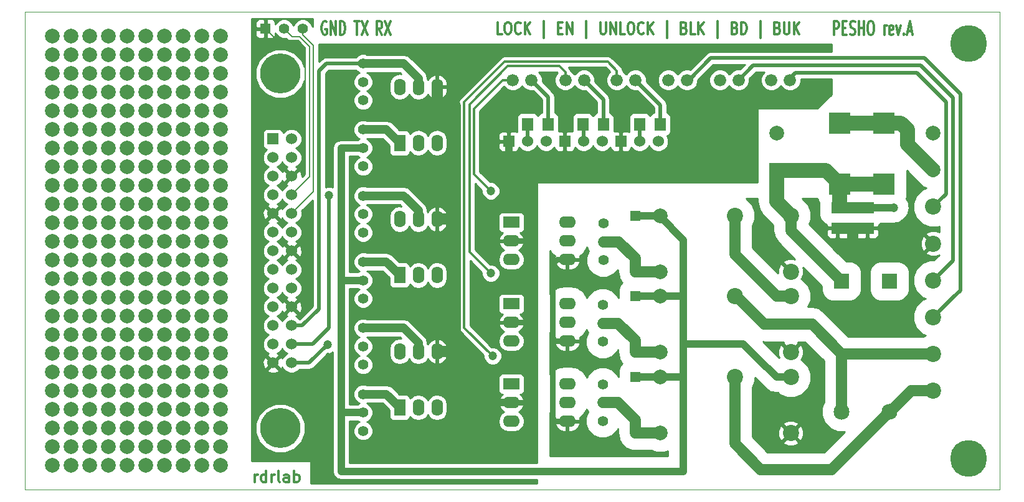
<source format=gbr>
%FSLAX46Y46*%
G04 Gerber Fmt 4.6, Leading zero omitted, Abs format (unit mm)*
G04 Created by KiCad (PCBNEW (2014-jul-16 BZR unknown)-product) date Mon 06 Oct 2014 10:40:32 AM CEST*
%MOMM*%
G01*
G04 APERTURE LIST*
%ADD10C,0.100000*%
%ADD11C,0.300000*%
%ADD12C,0.325000*%
%ADD13R,1.998980X1.998980*%
%ADD14C,1.998980*%
%ADD15R,1.803400X1.600200*%
%ADD16C,1.676400*%
%ADD17R,1.397000X1.397000*%
%ADD18C,1.397000*%
%ADD19C,2.159000*%
%ADD20R,2.159000X2.159000*%
%ADD21R,1.574800X2.286000*%
%ADD22O,1.574800X2.286000*%
%ADD23R,2.286000X1.574800*%
%ADD24O,2.286000X1.574800*%
%ADD25R,1.524000X1.524000*%
%ADD26C,1.524000*%
%ADD27C,2.000000*%
%ADD28C,2.200000*%
%ADD29C,5.461000*%
%ADD30R,1.600200X1.803400*%
%ADD31C,1.400000*%
%ADD32R,3.000000X3.000000*%
%ADD33C,5.000000*%
%ADD34C,1.200000*%
%ADD35C,2.000000*%
%ADD36C,0.800000*%
%ADD37C,1.000000*%
%ADD38C,1.500000*%
%ADD39C,0.500000*%
%ADD40C,0.200000*%
%ADD41C,1.200000*%
%ADD42C,0.254000*%
G04 APERTURE END LIST*
D10*
D11*
X109964286Y61935714D02*
X109964286Y63735714D01*
X110421429Y63735714D01*
X110535715Y63650000D01*
X110592858Y63564286D01*
X110650001Y63392857D01*
X110650001Y63135714D01*
X110592858Y62964286D01*
X110535715Y62878571D01*
X110421429Y62792857D01*
X109964286Y62792857D01*
X111164286Y62878571D02*
X111564286Y62878571D01*
X111735715Y61935714D02*
X111164286Y61935714D01*
X111164286Y63735714D01*
X111735715Y63735714D01*
X112192857Y62021429D02*
X112364286Y61935714D01*
X112650000Y61935714D01*
X112764286Y62021429D01*
X112821429Y62107143D01*
X112878572Y62278571D01*
X112878572Y62450000D01*
X112821429Y62621429D01*
X112764286Y62707143D01*
X112650000Y62792857D01*
X112421429Y62878571D01*
X112307143Y62964286D01*
X112250000Y63050000D01*
X112192857Y63221429D01*
X112192857Y63392857D01*
X112250000Y63564286D01*
X112307143Y63650000D01*
X112421429Y63735714D01*
X112707143Y63735714D01*
X112878572Y63650000D01*
X113392857Y61935714D02*
X113392857Y63735714D01*
X113392857Y62878571D02*
X114078572Y62878571D01*
X114078572Y61935714D02*
X114078572Y63735714D01*
X114878572Y63735714D02*
X115107143Y63735714D01*
X115221429Y63650000D01*
X115335715Y63478571D01*
X115392857Y63135714D01*
X115392857Y62535714D01*
X115335715Y62192857D01*
X115221429Y62021429D01*
X115107143Y61935714D01*
X114878572Y61935714D01*
X114764286Y62021429D01*
X114650000Y62192857D01*
X114592857Y62535714D01*
X114592857Y63135714D01*
X114650000Y63478571D01*
X114764286Y63650000D01*
X114878572Y63735714D01*
X116821429Y61935714D02*
X116821429Y63135714D01*
X116821429Y62792857D02*
X116878572Y62964286D01*
X116935715Y63050000D01*
X117050001Y63135714D01*
X117164286Y63135714D01*
X118021429Y62021429D02*
X117907143Y61935714D01*
X117678572Y61935714D01*
X117564286Y62021429D01*
X117507143Y62192857D01*
X117507143Y62878571D01*
X117564286Y63050000D01*
X117678572Y63135714D01*
X117907143Y63135714D01*
X118021429Y63050000D01*
X118078572Y62878571D01*
X118078572Y62707143D01*
X117507143Y62535714D01*
X118478572Y63135714D02*
X118764286Y61935714D01*
X119050000Y63135714D01*
X119507143Y62107143D02*
X119564286Y62021429D01*
X119507143Y61935714D01*
X119450000Y62021429D01*
X119507143Y62107143D01*
X119507143Y61935714D01*
X120021429Y62450000D02*
X120592858Y62450000D01*
X119907144Y61935714D02*
X120307144Y63735714D01*
X120707144Y61935714D01*
D12*
X64878572Y62026190D02*
X64259525Y62026190D01*
X64259525Y63626190D01*
X65559525Y63626190D02*
X65807144Y63626190D01*
X65930953Y63550000D01*
X66054763Y63397619D01*
X66116668Y63092857D01*
X66116668Y62559524D01*
X66054763Y62254762D01*
X65930953Y62102381D01*
X65807144Y62026190D01*
X65559525Y62026190D01*
X65435715Y62102381D01*
X65311906Y62254762D01*
X65250001Y62559524D01*
X65250001Y63092857D01*
X65311906Y63397619D01*
X65435715Y63550000D01*
X65559525Y63626190D01*
X67416668Y62178571D02*
X67354763Y62102381D01*
X67169049Y62026190D01*
X67045239Y62026190D01*
X66859525Y62102381D01*
X66735716Y62254762D01*
X66673811Y62407143D01*
X66611906Y62711905D01*
X66611906Y62940476D01*
X66673811Y63245238D01*
X66735716Y63397619D01*
X66859525Y63550000D01*
X67045239Y63626190D01*
X67169049Y63626190D01*
X67354763Y63550000D01*
X67416668Y63473810D01*
X67973811Y62026190D02*
X67973811Y63626190D01*
X68716668Y62026190D02*
X68159525Y62940476D01*
X68716668Y63626190D02*
X67973811Y62711905D01*
X70573811Y61492857D02*
X70573811Y63778571D01*
X72492858Y62864286D02*
X72926191Y62864286D01*
X73111905Y62026190D02*
X72492858Y62026190D01*
X72492858Y63626190D01*
X73111905Y63626190D01*
X73669048Y62026190D02*
X73669048Y63626190D01*
X74411905Y62026190D01*
X74411905Y63626190D01*
X76330953Y61492857D02*
X76330953Y63778571D01*
X78250000Y63626190D02*
X78250000Y62330952D01*
X78311905Y62178571D01*
X78373809Y62102381D01*
X78497619Y62026190D01*
X78745238Y62026190D01*
X78869047Y62102381D01*
X78930952Y62178571D01*
X78992857Y62330952D01*
X78992857Y63626190D01*
X79611905Y62026190D02*
X79611905Y63626190D01*
X80354762Y62026190D01*
X80354762Y63626190D01*
X81592857Y62026190D02*
X80973810Y62026190D01*
X80973810Y63626190D01*
X82273810Y63626190D02*
X82521429Y63626190D01*
X82645238Y63550000D01*
X82769048Y63397619D01*
X82830953Y63092857D01*
X82830953Y62559524D01*
X82769048Y62254762D01*
X82645238Y62102381D01*
X82521429Y62026190D01*
X82273810Y62026190D01*
X82150000Y62102381D01*
X82026191Y62254762D01*
X81964286Y62559524D01*
X81964286Y63092857D01*
X82026191Y63397619D01*
X82150000Y63550000D01*
X82273810Y63626190D01*
X84130953Y62178571D02*
X84069048Y62102381D01*
X83883334Y62026190D01*
X83759524Y62026190D01*
X83573810Y62102381D01*
X83450001Y62254762D01*
X83388096Y62407143D01*
X83326191Y62711905D01*
X83326191Y62940476D01*
X83388096Y63245238D01*
X83450001Y63397619D01*
X83573810Y63550000D01*
X83759524Y63626190D01*
X83883334Y63626190D01*
X84069048Y63550000D01*
X84130953Y63473810D01*
X84688096Y62026190D02*
X84688096Y63626190D01*
X85430953Y62026190D02*
X84873810Y62940476D01*
X85430953Y63626190D02*
X84688096Y62711905D01*
X87288096Y61492857D02*
X87288096Y63778571D01*
X89640476Y62864286D02*
X89826190Y62788095D01*
X89888095Y62711905D01*
X89950000Y62559524D01*
X89950000Y62330952D01*
X89888095Y62178571D01*
X89826190Y62102381D01*
X89702381Y62026190D01*
X89207143Y62026190D01*
X89207143Y63626190D01*
X89640476Y63626190D01*
X89764286Y63550000D01*
X89826190Y63473810D01*
X89888095Y63321429D01*
X89888095Y63169048D01*
X89826190Y63016667D01*
X89764286Y62940476D01*
X89640476Y62864286D01*
X89207143Y62864286D01*
X91126190Y62026190D02*
X90507143Y62026190D01*
X90507143Y63626190D01*
X91559524Y62026190D02*
X91559524Y63626190D01*
X92302381Y62026190D02*
X91745238Y62940476D01*
X92302381Y63626190D02*
X91559524Y62711905D01*
X94159524Y61492857D02*
X94159524Y63778571D01*
X96511904Y62864286D02*
X96697618Y62788095D01*
X96759523Y62711905D01*
X96821428Y62559524D01*
X96821428Y62330952D01*
X96759523Y62178571D01*
X96697618Y62102381D01*
X96573809Y62026190D01*
X96078571Y62026190D01*
X96078571Y63626190D01*
X96511904Y63626190D01*
X96635714Y63550000D01*
X96697618Y63473810D01*
X96759523Y63321429D01*
X96759523Y63169048D01*
X96697618Y63016667D01*
X96635714Y62940476D01*
X96511904Y62864286D01*
X96078571Y62864286D01*
X97378571Y62026190D02*
X97378571Y63626190D01*
X97688095Y63626190D01*
X97873809Y63550000D01*
X97997618Y63397619D01*
X98059523Y63245238D01*
X98121428Y62940476D01*
X98121428Y62711905D01*
X98059523Y62407143D01*
X97997618Y62254762D01*
X97873809Y62102381D01*
X97688095Y62026190D01*
X97378571Y62026190D01*
X99978571Y61492857D02*
X99978571Y63778571D01*
X102330951Y62864286D02*
X102516665Y62788095D01*
X102578570Y62711905D01*
X102640475Y62559524D01*
X102640475Y62330952D01*
X102578570Y62178571D01*
X102516665Y62102381D01*
X102392856Y62026190D01*
X101897618Y62026190D01*
X101897618Y63626190D01*
X102330951Y63626190D01*
X102454761Y63550000D01*
X102516665Y63473810D01*
X102578570Y63321429D01*
X102578570Y63169048D01*
X102516665Y63016667D01*
X102454761Y62940476D01*
X102330951Y62864286D01*
X101897618Y62864286D01*
X103197618Y63626190D02*
X103197618Y62330952D01*
X103259523Y62178571D01*
X103321427Y62102381D01*
X103445237Y62026190D01*
X103692856Y62026190D01*
X103816665Y62102381D01*
X103878570Y62178571D01*
X103940475Y62330952D01*
X103940475Y63626190D01*
X104559523Y62026190D02*
X104559523Y63626190D01*
X105302380Y62026190D02*
X104745237Y62940476D01*
X105302380Y63626190D02*
X104559523Y62711905D01*
D10*
X0Y65000000D02*
X30000000Y65000000D01*
X0Y0D02*
X0Y65000000D01*
X30000000Y0D02*
X0Y0D01*
D11*
X31250001Y1071429D02*
X31250001Y2071429D01*
X31250001Y1785714D02*
X31321429Y1928571D01*
X31392858Y2000000D01*
X31535715Y2071429D01*
X31678572Y2071429D01*
X32821429Y1071429D02*
X32821429Y2571429D01*
X32821429Y1142857D02*
X32678572Y1071429D01*
X32392858Y1071429D01*
X32250000Y1142857D01*
X32178572Y1214286D01*
X32107143Y1357143D01*
X32107143Y1785714D01*
X32178572Y1928571D01*
X32250000Y2000000D01*
X32392858Y2071429D01*
X32678572Y2071429D01*
X32821429Y2000000D01*
X33535715Y1071429D02*
X33535715Y2071429D01*
X33535715Y1785714D02*
X33607143Y1928571D01*
X33678572Y2000000D01*
X33821429Y2071429D01*
X33964286Y2071429D01*
X34678572Y1071429D02*
X34535714Y1142857D01*
X34464286Y1285714D01*
X34464286Y2571429D01*
X35892857Y1071429D02*
X35892857Y1857143D01*
X35821428Y2000000D01*
X35678571Y2071429D01*
X35392857Y2071429D01*
X35250000Y2000000D01*
X35892857Y1142857D02*
X35750000Y1071429D01*
X35392857Y1071429D01*
X35250000Y1142857D01*
X35178571Y1285714D01*
X35178571Y1428571D01*
X35250000Y1571429D01*
X35392857Y1642857D01*
X35750000Y1642857D01*
X35892857Y1714286D01*
X36607143Y1071429D02*
X36607143Y2571429D01*
X36607143Y2000000D02*
X36750000Y2071429D01*
X37035714Y2071429D01*
X37178571Y2000000D01*
X37250000Y1928571D01*
X37321429Y1785714D01*
X37321429Y1357143D01*
X37250000Y1214286D01*
X37178571Y1142857D01*
X37035714Y1071429D01*
X36750000Y1071429D01*
X36607143Y1142857D01*
D10*
X132500000Y65000000D02*
X30000000Y65000000D01*
X132500000Y0D02*
X30000000Y0D01*
X132500000Y0D02*
X132500000Y65000000D01*
D11*
X41035715Y63650000D02*
X40921429Y63735714D01*
X40750000Y63735714D01*
X40578572Y63650000D01*
X40464286Y63478571D01*
X40407143Y63307143D01*
X40350000Y62964286D01*
X40350000Y62707143D01*
X40407143Y62364286D01*
X40464286Y62192857D01*
X40578572Y62021429D01*
X40750000Y61935714D01*
X40864286Y61935714D01*
X41035715Y62021429D01*
X41092858Y62107143D01*
X41092858Y62707143D01*
X40864286Y62707143D01*
X41607143Y61935714D02*
X41607143Y63735714D01*
X42292858Y61935714D01*
X42292858Y63735714D01*
X42864286Y61935714D02*
X42864286Y63735714D01*
X43150001Y63735714D01*
X43321429Y63650000D01*
X43435715Y63478571D01*
X43492858Y63307143D01*
X43550001Y62964286D01*
X43550001Y62707143D01*
X43492858Y62364286D01*
X43435715Y62192857D01*
X43321429Y62021429D01*
X43150001Y61935714D01*
X42864286Y61935714D01*
X48550001Y61935714D02*
X48150001Y62792857D01*
X47864286Y61935714D02*
X47864286Y63735714D01*
X48321429Y63735714D01*
X48435715Y63650000D01*
X48492858Y63564286D01*
X48550001Y63392857D01*
X48550001Y63135714D01*
X48492858Y62964286D01*
X48435715Y62878571D01*
X48321429Y62792857D01*
X47864286Y62792857D01*
X48950001Y63735714D02*
X49750001Y61935714D01*
X49750001Y63735714D02*
X48950001Y61935714D01*
X44835715Y63735714D02*
X45521429Y63735714D01*
X45178572Y61935714D02*
X45178572Y63735714D01*
X45807144Y63735714D02*
X46607144Y61935714D01*
X46607144Y63735714D02*
X45807144Y61935714D01*
D13*
X102250000Y43460000D03*
D14*
X102250000Y48540000D03*
D15*
X110500000Y38397000D03*
X110500000Y35603000D03*
X112560000Y38397000D03*
X112560000Y35603000D03*
X114560000Y38397000D03*
X114560000Y35603000D03*
D16*
X66330000Y55750000D03*
X68870000Y55750000D03*
X73480000Y55750000D03*
X76020000Y55750000D03*
X80480000Y55750000D03*
X83020000Y55750000D03*
X101480000Y55750000D03*
X104020000Y55750000D03*
X94480000Y55750000D03*
X97020000Y55750000D03*
X87480000Y55750000D03*
X90020000Y55750000D03*
D17*
X83000000Y37310000D03*
D18*
X83000000Y29690000D03*
D17*
X83000000Y26310000D03*
D18*
X83000000Y18690000D03*
D17*
X83000000Y15310000D03*
D18*
X83000000Y7690000D03*
D19*
X111000000Y10610000D03*
D20*
X111000000Y28390000D03*
D19*
X117500000Y10610000D03*
D20*
X117500000Y28390000D03*
D21*
X50960000Y47190000D03*
D22*
X53500000Y47190000D03*
X56040000Y47190000D03*
X56040000Y54810000D03*
X53500000Y54810000D03*
X50960000Y54810000D03*
D21*
X50960000Y29190000D03*
D22*
X53500000Y29190000D03*
X56040000Y29190000D03*
X56040000Y36810000D03*
X53500000Y36810000D03*
X50960000Y36810000D03*
D21*
X50960000Y11190000D03*
D22*
X53500000Y11190000D03*
X56040000Y11190000D03*
X56040000Y18810000D03*
X53500000Y18810000D03*
X50960000Y18810000D03*
D23*
X66140000Y36390000D03*
D24*
X66140000Y33850000D03*
X66140000Y31310000D03*
X73760000Y31310000D03*
X73760000Y33850000D03*
X73760000Y36390000D03*
D23*
X66140000Y25290000D03*
D24*
X66140000Y22750000D03*
X66140000Y20210000D03*
X73760000Y20210000D03*
X73760000Y22750000D03*
X73760000Y25290000D03*
D23*
X66140000Y14390000D03*
D24*
X66140000Y11850000D03*
X66140000Y9310000D03*
X73760000Y9310000D03*
X73760000Y11850000D03*
X73760000Y14390000D03*
D25*
X65790000Y47410000D03*
D26*
X68330000Y47410000D03*
X70870000Y47410000D03*
D25*
X73410000Y47410000D03*
D26*
X75950000Y47410000D03*
X78490000Y47410000D03*
D25*
X81030000Y47410000D03*
D26*
X83570000Y47410000D03*
X86110000Y47410000D03*
D27*
X123500000Y43500000D03*
X123500000Y48500000D03*
D28*
X123500000Y13500000D03*
X123500000Y18500000D03*
X123500000Y23500000D03*
X123500000Y28500000D03*
X123500000Y33500000D03*
X123500000Y38500000D03*
D25*
X33730000Y47740000D03*
D26*
X36270000Y47740000D03*
X33730000Y45200000D03*
X36270000Y45200000D03*
X33730000Y42660000D03*
X36270000Y42660000D03*
X33730000Y40120000D03*
X36270000Y40120000D03*
X33730000Y37580000D03*
X36270000Y37580000D03*
X33730000Y35040000D03*
X36270000Y35040000D03*
X33730000Y32500000D03*
X36270000Y32500000D03*
X33730000Y29960000D03*
X36270000Y29960000D03*
X33730000Y27420000D03*
X36270000Y27420000D03*
X33730000Y24880000D03*
X36270000Y24880000D03*
D29*
X34746000Y56630000D03*
D26*
X33730000Y22340000D03*
X36270000Y22340000D03*
X33730000Y19800000D03*
X36270000Y19800000D03*
X33730000Y17260000D03*
X36270000Y17260000D03*
D29*
X34746000Y8370000D03*
D17*
X32710000Y62750000D03*
D18*
X35250000Y62750000D03*
X37790000Y62750000D03*
D30*
X71147000Y49750000D03*
X68353000Y49750000D03*
X75853000Y49750000D03*
X78647000Y49750000D03*
X83603000Y49750000D03*
X86397000Y49750000D03*
D31*
X46000000Y49000000D03*
X46000000Y46500000D03*
X46000000Y44000000D03*
X46000000Y31000000D03*
X46000000Y28500000D03*
X46000000Y26000000D03*
X46000000Y13000000D03*
X46000000Y10500000D03*
X46000000Y8000000D03*
X46000000Y58000000D03*
X46000000Y55500000D03*
X46000000Y53000000D03*
X46000000Y40000000D03*
X46000000Y37500000D03*
X46000000Y35000000D03*
X78650000Y36250000D03*
X78650000Y33750000D03*
X78650000Y31250000D03*
X78550000Y25150000D03*
X78550000Y22650000D03*
X78550000Y20150000D03*
X78550000Y14350000D03*
X78550000Y11850000D03*
X78550000Y9350000D03*
X46000000Y22000000D03*
X46000000Y19500000D03*
X46000000Y17000000D03*
D28*
X96500000Y37310000D03*
X104120000Y29690000D03*
X104120000Y37310000D03*
D27*
X86340000Y37310000D03*
X86340000Y29690000D03*
D28*
X96500000Y26310000D03*
X104120000Y18690000D03*
X104120000Y26310000D03*
D27*
X86340000Y26310000D03*
X86340000Y18690000D03*
D28*
X96500000Y15310000D03*
X104120000Y7690000D03*
X104120000Y15310000D03*
D27*
X86340000Y15310000D03*
X86340000Y7690000D03*
D32*
X116750000Y49900000D03*
X116750000Y41600000D03*
X110750000Y49900000D03*
X110750000Y41600000D03*
D33*
X128250000Y4250000D03*
X128250000Y60750000D03*
D27*
X13900000Y21100000D03*
X8820000Y21100000D03*
X8820000Y23640000D03*
X11360000Y21100000D03*
X11360000Y23640000D03*
X8820000Y26180000D03*
X11360000Y26180000D03*
X13900000Y26180000D03*
X13900000Y23640000D03*
X16440000Y21100000D03*
X16440000Y23640000D03*
X16440000Y26180000D03*
X24060000Y23640000D03*
X24060000Y26180000D03*
X21520000Y26180000D03*
X18980000Y26180000D03*
X21520000Y23640000D03*
X21520000Y21100000D03*
X18980000Y23640000D03*
X18980000Y21100000D03*
X24060000Y21100000D03*
X26600000Y21100000D03*
X26600000Y23640000D03*
X26600000Y26180000D03*
X26600000Y18560000D03*
X26600000Y16020000D03*
X26600000Y13480000D03*
X26600000Y10940000D03*
X24060000Y10940000D03*
X18980000Y10940000D03*
X18980000Y13480000D03*
X21520000Y10940000D03*
X21520000Y13480000D03*
X18980000Y16020000D03*
X21520000Y16020000D03*
X18980000Y18560000D03*
X21520000Y18560000D03*
X24060000Y18560000D03*
X24060000Y16020000D03*
X24060000Y13480000D03*
X16440000Y18560000D03*
X16440000Y16020000D03*
X16440000Y13480000D03*
X16440000Y10940000D03*
X13900000Y13480000D03*
X13900000Y16020000D03*
X13900000Y18560000D03*
X11360000Y18560000D03*
X8820000Y18560000D03*
X11360000Y16020000D03*
X8820000Y16020000D03*
X11360000Y13480000D03*
X11360000Y10940000D03*
X8820000Y13480000D03*
X8820000Y10940000D03*
X13900000Y10940000D03*
X13900000Y3320000D03*
X8820000Y3320000D03*
X8820000Y5860000D03*
X11360000Y3320000D03*
X11360000Y5860000D03*
X8820000Y8400000D03*
X11360000Y8400000D03*
X13900000Y8400000D03*
X13900000Y5860000D03*
X16440000Y3320000D03*
X16440000Y5860000D03*
X16440000Y8400000D03*
X24060000Y5860000D03*
X24060000Y8400000D03*
X21520000Y8400000D03*
X18980000Y8400000D03*
X21520000Y5860000D03*
X21520000Y3320000D03*
X18980000Y5860000D03*
X18980000Y3320000D03*
X24060000Y3320000D03*
X26600000Y3320000D03*
X26600000Y5860000D03*
X26600000Y8400000D03*
X6280000Y8400000D03*
X3740000Y8400000D03*
X6280000Y5860000D03*
X6280000Y3320000D03*
X3740000Y5860000D03*
X3740000Y3320000D03*
X3740000Y10940000D03*
X3740000Y13480000D03*
X6280000Y10940000D03*
X6280000Y13480000D03*
X3740000Y16020000D03*
X6280000Y16020000D03*
X3740000Y18560000D03*
X6280000Y18560000D03*
X6280000Y26180000D03*
X3740000Y26180000D03*
X6280000Y23640000D03*
X6280000Y21100000D03*
X3740000Y23640000D03*
X3740000Y21100000D03*
X3740000Y46500000D03*
X3740000Y49040000D03*
X6280000Y46500000D03*
X6280000Y49040000D03*
X3740000Y51580000D03*
X6280000Y51580000D03*
X6280000Y43960000D03*
X3740000Y43960000D03*
X6280000Y41420000D03*
X3740000Y41420000D03*
X6280000Y38880000D03*
X6280000Y36340000D03*
X3740000Y38880000D03*
X3740000Y36340000D03*
X3740000Y28720000D03*
X3740000Y31260000D03*
X6280000Y28720000D03*
X6280000Y31260000D03*
X3740000Y33800000D03*
X6280000Y33800000D03*
X26600000Y33800000D03*
X26600000Y31260000D03*
X26600000Y28720000D03*
X24060000Y28720000D03*
X18980000Y28720000D03*
X18980000Y31260000D03*
X21520000Y28720000D03*
X21520000Y31260000D03*
X18980000Y33800000D03*
X21520000Y33800000D03*
X24060000Y33800000D03*
X24060000Y31260000D03*
X16440000Y33800000D03*
X16440000Y31260000D03*
X16440000Y28720000D03*
X13900000Y31260000D03*
X13900000Y33800000D03*
X11360000Y33800000D03*
X8820000Y33800000D03*
X11360000Y31260000D03*
X11360000Y28720000D03*
X8820000Y31260000D03*
X8820000Y28720000D03*
X13900000Y28720000D03*
X13900000Y36340000D03*
X8820000Y36340000D03*
X8820000Y38880000D03*
X11360000Y36340000D03*
X11360000Y38880000D03*
X8820000Y41420000D03*
X11360000Y41420000D03*
X8820000Y43960000D03*
X11360000Y43960000D03*
X13900000Y43960000D03*
X13900000Y41420000D03*
X13900000Y38880000D03*
X16440000Y36340000D03*
X16440000Y38880000D03*
X16440000Y41420000D03*
X16440000Y43960000D03*
X24060000Y38880000D03*
X24060000Y41420000D03*
X24060000Y43960000D03*
X21520000Y43960000D03*
X18980000Y43960000D03*
X21520000Y41420000D03*
X18980000Y41420000D03*
X21520000Y38880000D03*
X21520000Y36340000D03*
X18980000Y38880000D03*
X18980000Y36340000D03*
X24060000Y36340000D03*
X26600000Y36340000D03*
X26600000Y38880000D03*
X26600000Y41420000D03*
X26600000Y43960000D03*
X26600000Y51580000D03*
X26600000Y49040000D03*
X26600000Y46500000D03*
X24060000Y46500000D03*
X18980000Y46500000D03*
X18980000Y49040000D03*
X21520000Y46500000D03*
X21520000Y49040000D03*
X18980000Y51580000D03*
X21520000Y51580000D03*
X24060000Y51580000D03*
X24060000Y49040000D03*
X16440000Y51580000D03*
X16440000Y49040000D03*
X16440000Y46500000D03*
X13900000Y49040000D03*
X13900000Y51580000D03*
X11360000Y51580000D03*
X8820000Y51580000D03*
X11360000Y49040000D03*
X11360000Y46500000D03*
X8820000Y49040000D03*
X8820000Y46500000D03*
X13900000Y46500000D03*
X13900000Y56660000D03*
X8820000Y56660000D03*
X8820000Y59200000D03*
X11360000Y56660000D03*
X11360000Y59200000D03*
X8820000Y61740000D03*
X11360000Y61740000D03*
X13900000Y61740000D03*
X13900000Y59200000D03*
X16440000Y56660000D03*
X16440000Y59200000D03*
X16440000Y61740000D03*
X24060000Y59200000D03*
X24060000Y61740000D03*
X21520000Y61740000D03*
X18980000Y61740000D03*
X21520000Y59200000D03*
X21520000Y56660000D03*
X18980000Y59200000D03*
X18980000Y56660000D03*
X24060000Y56660000D03*
X26600000Y56660000D03*
X26600000Y59200000D03*
X26600000Y61740000D03*
X26600000Y54120000D03*
X18980000Y54120000D03*
X21520000Y54120000D03*
X24060000Y54120000D03*
X16440000Y54120000D03*
X13900000Y54120000D03*
X11360000Y54120000D03*
X8820000Y54120000D03*
X3740000Y54120000D03*
X6280000Y54120000D03*
X6280000Y61740000D03*
X3740000Y61740000D03*
X6280000Y59200000D03*
X6280000Y56660000D03*
X3740000Y59200000D03*
X3740000Y56660000D03*
D34*
X118100000Y38400000D03*
X100650000Y33550000D03*
X100500000Y11310000D03*
X112500000Y33500000D03*
X41350000Y40050000D03*
X41150000Y19750000D03*
X63350000Y40650000D03*
X63350000Y29450000D03*
X63603000Y18203000D03*
D35*
X102250000Y43460000D02*
X102250000Y39180000D01*
X102250000Y39180000D02*
X104120000Y37310000D01*
X102250000Y43460000D02*
X108890000Y43460000D01*
X108890000Y43460000D02*
X110750000Y41600000D01*
X110750000Y41600000D02*
X110750000Y38647000D01*
D36*
X110750000Y38647000D02*
X110500000Y38397000D01*
D35*
X116750000Y41600000D02*
X110750000Y41600000D01*
D37*
X114563000Y38400000D02*
X118100000Y38400000D01*
X114563000Y38400000D02*
X114560000Y38397000D01*
X46000000Y10500000D02*
X43000000Y10500000D01*
X43000000Y11300000D02*
X43000000Y10500000D01*
X43000000Y10500000D02*
X43000000Y2500000D01*
X89500000Y18000000D02*
X89500000Y17000000D01*
X43000000Y11300000D02*
X43000000Y28500000D01*
X89500000Y15310000D02*
X89500000Y17000000D01*
X89500000Y2500000D02*
X89500000Y15310000D01*
X43000000Y2500000D02*
X89500000Y2500000D01*
D38*
X110500000Y38397000D02*
X112560000Y38397000D01*
X112560000Y38397000D02*
X114560000Y38397000D01*
X104120000Y35270000D02*
X111000000Y28390000D01*
X104120000Y37310000D02*
X104120000Y35270000D01*
D37*
X43000000Y46500000D02*
X43000000Y46500000D01*
X43000000Y46500000D02*
X43000000Y28500000D01*
X46000000Y46500000D02*
X43000000Y46500000D01*
X43500000Y28500000D02*
X43000000Y28500000D01*
X43000000Y28500000D02*
X43500000Y28500000D01*
X46000000Y28500000D02*
X43000000Y28500000D01*
X89500000Y19850000D02*
X89500000Y18000000D01*
X89500000Y26500000D02*
X89500000Y19850000D01*
X89500000Y34000000D02*
X89500000Y26500000D01*
X86340000Y37160000D02*
X89500000Y34000000D01*
X86340000Y37310000D02*
X86340000Y37160000D01*
X89500000Y26310000D02*
X89500000Y26500000D01*
X86340000Y26310000D02*
X89500000Y26310000D01*
X89550000Y19850000D02*
X89500000Y19850000D01*
X89500000Y19850000D02*
X89550000Y19850000D01*
X97650000Y19850000D02*
X89500000Y19850000D01*
X104120000Y15310000D02*
X102190000Y15310000D01*
X102190000Y15310000D02*
X99500000Y18000000D01*
X99500000Y18000000D02*
X97650000Y19850000D01*
X86340000Y15310000D02*
X89500000Y15310000D01*
X83000000Y15310000D02*
X86340000Y15310000D01*
X83000000Y26310000D02*
X86340000Y26310000D01*
X83000000Y37310000D02*
X86340000Y37310000D01*
X100750000Y11750000D02*
X100750000Y11560000D01*
X100750000Y11560000D02*
X100500000Y11310000D01*
D38*
X112560000Y35603000D02*
X112560000Y33560000D01*
X112560000Y33560000D02*
X112500000Y33500000D01*
X110500000Y35603000D02*
X112560000Y35603000D01*
X112560000Y35603000D02*
X114560000Y35603000D01*
D36*
X71750000Y9370000D02*
X71750000Y20250000D01*
X73760000Y9310000D02*
X71810000Y9310000D01*
D39*
X71810000Y9310000D02*
X71750000Y9370000D01*
D36*
X72310000Y31310000D02*
X73760000Y31310000D01*
X71750000Y30750000D02*
X72310000Y31310000D01*
X71750000Y20250000D02*
X71750000Y30750000D01*
D39*
X71750000Y20210000D02*
X71750000Y20250000D01*
D36*
X73760000Y20210000D02*
X71750000Y20210000D01*
D39*
X125250000Y52750000D02*
X121250000Y56750000D01*
X103750000Y55750000D02*
X104750000Y56750000D01*
X125250000Y40250000D02*
X123500000Y38500000D01*
X125250000Y40250000D02*
X125250000Y52750000D01*
X104750000Y56750000D02*
X121250000Y56750000D01*
D36*
X104120000Y55650000D02*
X104020000Y55750000D01*
D39*
X104020000Y55750000D02*
X103750000Y55750000D01*
X126150000Y31150000D02*
X126150000Y53350000D01*
X126150000Y53350000D02*
X121750000Y57750000D01*
X126150000Y31150000D02*
X123500000Y28500000D01*
X97020000Y55750000D02*
X99020000Y57750000D01*
X121750000Y57750000D02*
X99020000Y57750000D01*
X90250000Y55750000D02*
X90020000Y55750000D01*
X127150000Y53850000D02*
X122250000Y58750000D01*
X93250000Y58750000D02*
X90250000Y55750000D01*
X122250000Y58750000D02*
X93250000Y58750000D01*
X126150000Y26150000D02*
X127150000Y27150000D01*
X123500000Y23500000D02*
X126150000Y26150000D01*
X127150000Y53850000D02*
X127150000Y27150000D01*
D37*
X66140000Y11850000D02*
X59350000Y11850000D01*
X58440000Y12760000D02*
X58440000Y18810000D01*
X59350000Y11850000D02*
X58440000Y12760000D01*
X65790000Y47410000D02*
X65790000Y44610000D01*
X68650000Y41750000D02*
X68650000Y33850000D01*
X65790000Y44610000D02*
X68650000Y41750000D01*
D40*
X38095998Y44795998D02*
X37850000Y44250000D01*
X32710000Y62750000D02*
X34310000Y61150000D01*
X37150000Y61150000D02*
X34310000Y61150000D01*
X38095998Y60104002D02*
X37150000Y61150000D01*
X38095998Y44795998D02*
X38095998Y60104002D01*
X37850000Y44250000D02*
X36270000Y42660000D01*
D36*
X66140000Y11850000D02*
X68650000Y11850000D01*
X68650000Y11850000D02*
X68650000Y22750000D01*
D38*
X56040000Y36810000D02*
X58500000Y36810000D01*
X58500000Y36810000D02*
X58500000Y37000000D01*
X56040000Y54810000D02*
X56040000Y52290000D01*
X58500000Y52250000D02*
X58500000Y47250000D01*
X56080000Y52250000D02*
X58500000Y52250000D01*
X56040000Y52290000D02*
X56080000Y52250000D01*
X58500000Y47250000D02*
X58500000Y37000000D01*
X58440000Y18810000D02*
X56040000Y18810000D01*
X58500000Y37000000D02*
X58500000Y18750000D01*
X58500000Y18750000D02*
X58440000Y18810000D01*
D36*
X66140000Y33850000D02*
X68650000Y33850000D01*
X68650000Y22750000D02*
X68650000Y33850000D01*
X68250000Y22750000D02*
X68650000Y22750000D01*
X68650000Y22750000D02*
X68250000Y22750000D01*
X66140000Y22750000D02*
X68650000Y22750000D01*
D39*
X36270000Y22340000D02*
X37740000Y22340000D01*
X41000000Y58000000D02*
X40000000Y57000000D01*
X40000000Y57000000D02*
X40000000Y35500000D01*
X41000000Y58000000D02*
X46000000Y58000000D01*
X40000000Y24600000D02*
X40000000Y35500000D01*
X37740000Y22340000D02*
X40000000Y24600000D01*
D41*
X51500000Y58000000D02*
X53500000Y56000000D01*
X53500000Y56000000D02*
X53500000Y54810000D01*
X46000000Y58000000D02*
X51500000Y58000000D01*
D39*
X36270000Y19800000D02*
X39100000Y19800000D01*
X41350000Y22050000D02*
X41350000Y40050000D01*
X39100000Y19800000D02*
X41350000Y22050000D01*
D41*
X51500000Y40000000D02*
X53500000Y38000000D01*
X53500000Y38000000D02*
X53500000Y36810000D01*
X46000000Y40000000D02*
X51500000Y40000000D01*
D39*
X36270000Y17260000D02*
X38660000Y17260000D01*
X38660000Y17260000D02*
X41150000Y19750000D01*
D41*
X51500000Y22000000D02*
X53500000Y20000000D01*
X53500000Y20000000D02*
X53500000Y18810000D01*
X46000000Y22000000D02*
X51500000Y22000000D01*
D11*
X66330000Y55750000D02*
X64950000Y55750000D01*
X61050000Y42950000D02*
X63350000Y40650000D01*
X61050000Y51850000D02*
X61050000Y42950000D01*
X64950000Y55750000D02*
X61050000Y51850000D01*
D39*
X71147000Y49750000D02*
X71147000Y53473000D01*
X71147000Y53473000D02*
X68870000Y55750000D01*
D11*
X73480000Y55750000D02*
X73480000Y56820000D01*
X60450000Y32350000D02*
X63350000Y29450000D01*
X60450000Y52450000D02*
X60450000Y32350000D01*
X65650000Y57650000D02*
X60450000Y52450000D01*
X72650000Y57650000D02*
X65650000Y57650000D01*
X73480000Y56820000D02*
X72650000Y57650000D01*
D39*
X78647000Y49750000D02*
X78647000Y53123000D01*
X78647000Y53123000D02*
X76020000Y55750000D01*
D11*
X59750000Y23350000D02*
X59750000Y22056000D01*
X80480000Y57020000D02*
X79250000Y58250000D01*
X79250000Y58250000D02*
X65250000Y58250000D01*
X65250000Y58250000D02*
X59750000Y52750000D01*
X59750000Y52750000D02*
X59750000Y23350000D01*
X80480000Y55750000D02*
X80480000Y57020000D01*
X59750000Y22056000D02*
X63603000Y18203000D01*
D40*
X63603000Y18203000D02*
X63650000Y18250000D01*
D39*
X86397000Y49750000D02*
X86397000Y52373000D01*
X86397000Y52373000D02*
X83020000Y55750000D01*
D38*
X83000000Y29690000D02*
X86340000Y29690000D01*
X80750000Y33750000D02*
X83000000Y31500000D01*
X83000000Y31500000D02*
X83000000Y29690000D01*
X78650000Y33750000D02*
X80750000Y33750000D01*
X83000000Y18690000D02*
X86340000Y18690000D01*
X80650000Y22650000D02*
X83000000Y20300000D01*
X83000000Y20300000D02*
X83000000Y18690000D01*
X78550000Y22650000D02*
X80650000Y22650000D01*
X83000000Y7690000D02*
X86340000Y7690000D01*
X80650000Y11850000D02*
X83000000Y9500000D01*
X83000000Y9500000D02*
X83000000Y7690000D01*
X78550000Y11850000D02*
X80650000Y11850000D01*
X100500000Y22500000D02*
X107000000Y22500000D01*
X107000000Y22500000D02*
X111000000Y18500000D01*
X111000000Y18500000D02*
X111000000Y10610000D01*
X96690000Y26310000D02*
X100500000Y22500000D01*
X96500000Y26310000D02*
X96690000Y26310000D01*
X123500000Y18500000D02*
X111000000Y18500000D01*
X117500000Y10610000D02*
X117610000Y10610000D01*
X117610000Y10610000D02*
X120500000Y13500000D01*
X120500000Y13500000D02*
X123500000Y13500000D01*
X96500000Y15310000D02*
X96500000Y6250000D01*
X109640000Y2750000D02*
X117500000Y10610000D01*
X100000000Y2750000D02*
X109640000Y2750000D01*
X96500000Y6250000D02*
X100000000Y2750000D01*
D41*
X49150000Y49000000D02*
X50960000Y47190000D01*
X46000000Y49000000D02*
X49150000Y49000000D01*
X49150000Y31000000D02*
X50960000Y29190000D01*
X46000000Y31000000D02*
X49150000Y31000000D01*
X49150000Y13000000D02*
X50960000Y11190000D01*
X46000000Y13000000D02*
X49150000Y13000000D01*
D39*
X68330000Y47410000D02*
X68330000Y49727000D01*
X68330000Y49727000D02*
X68353000Y49750000D01*
X68353000Y47433000D02*
X68330000Y47410000D01*
X75950000Y47410000D02*
X75950000Y49653000D01*
X75950000Y49653000D02*
X75853000Y49750000D01*
X75853000Y47507000D02*
X75950000Y47410000D01*
X83570000Y47410000D02*
X83570000Y49717000D01*
X83570000Y49717000D02*
X83603000Y49750000D01*
D40*
X38750000Y60307944D02*
X37386916Y61671028D01*
X37386916Y61671028D02*
X36328972Y61671028D01*
X36328972Y61671028D02*
X35250000Y62750000D01*
X36270000Y40120000D02*
X38750000Y42600000D01*
X38750000Y59250000D02*
X38750000Y42600000D01*
X38750000Y59250000D02*
X38750000Y60307944D01*
X37790000Y61910000D02*
X39250000Y60450000D01*
X39250000Y60450000D02*
X39250000Y40560000D01*
X39250000Y40560000D02*
X36270000Y37580000D01*
X37790000Y62750000D02*
X37790000Y61910000D01*
D38*
X96500000Y32000000D02*
X102190000Y26310000D01*
X102190000Y26310000D02*
X104120000Y26310000D01*
X96500000Y37310000D02*
X96500000Y32000000D01*
D35*
X116750000Y49900000D02*
X119100000Y49900000D01*
X120000000Y47000000D02*
X123500000Y43500000D01*
X120000000Y49000000D02*
X120000000Y47000000D01*
X119100000Y49900000D02*
X120000000Y49000000D01*
X110750000Y49900000D02*
X116750000Y49900000D01*
D42*
G36*
X81191863Y28199790D02*
X80922196Y27930122D01*
X80674500Y27332131D01*
X80674500Y26684870D01*
X80674500Y26101902D01*
X80523885Y26466418D01*
X79869861Y27121585D01*
X79014900Y27476596D01*
X78089162Y27477403D01*
X77233582Y27123885D01*
X76578415Y26469861D01*
X76423695Y26097255D01*
X76400483Y26213951D01*
X75877107Y26997239D01*
X75495010Y27252548D01*
X75495010Y30962940D01*
X75372852Y31183000D01*
X73887000Y31183000D01*
X73887000Y29887600D01*
X74242600Y29887600D01*
X74777262Y30044475D01*
X75211191Y30394014D01*
X75478327Y30883004D01*
X75495010Y30962940D01*
X75495010Y27252548D01*
X75093819Y27520615D01*
X74169868Y27704400D01*
X73633000Y27704400D01*
X73633000Y29887600D01*
X73633000Y31183000D01*
X72147148Y31183000D01*
X72024990Y30962940D01*
X72041673Y30883004D01*
X72308809Y30394014D01*
X72742738Y30044475D01*
X73277400Y29887600D01*
X73633000Y29887600D01*
X73633000Y27704400D01*
X73350132Y27704400D01*
X72426181Y27520615D01*
X71642893Y26997239D01*
X71377000Y26599302D01*
X71377000Y32540699D01*
X71642893Y32142761D01*
X72097426Y31839052D01*
X72041673Y31736996D01*
X72024990Y31657060D01*
X72147148Y31437000D01*
X73343093Y31437000D01*
X73350132Y31435600D01*
X74169868Y31435600D01*
X74176906Y31437000D01*
X75372852Y31437000D01*
X75495010Y31657060D01*
X75478327Y31736996D01*
X75422573Y31839052D01*
X75877107Y32142761D01*
X76400483Y32926049D01*
X76418688Y33017574D01*
X76453938Y32840361D01*
X76595702Y32628196D01*
X76649038Y32499114D01*
X76323404Y31714900D01*
X76322597Y30789162D01*
X76676115Y29933582D01*
X77330139Y29278415D01*
X78185100Y28923404D01*
X79110838Y28922597D01*
X79966418Y29276115D01*
X80621585Y29930139D01*
X80623000Y29933547D01*
X80623000Y29690000D01*
X80674274Y29432228D01*
X80674097Y29229459D01*
X80752211Y29040408D01*
X80803938Y28780361D01*
X80949956Y28561829D01*
X81027388Y28374431D01*
X81171901Y28229665D01*
X81191863Y28199790D01*
X81191863Y28199790D01*
G37*
X81191863Y28199790D02*
X80922196Y27930122D01*
X80674500Y27332131D01*
X80674500Y26684870D01*
X80674500Y26101902D01*
X80523885Y26466418D01*
X79869861Y27121585D01*
X79014900Y27476596D01*
X78089162Y27477403D01*
X77233582Y27123885D01*
X76578415Y26469861D01*
X76423695Y26097255D01*
X76400483Y26213951D01*
X75877107Y26997239D01*
X75495010Y27252548D01*
X75495010Y30962940D01*
X75372852Y31183000D01*
X73887000Y31183000D01*
X73887000Y29887600D01*
X74242600Y29887600D01*
X74777262Y30044475D01*
X75211191Y30394014D01*
X75478327Y30883004D01*
X75495010Y30962940D01*
X75495010Y27252548D01*
X75093819Y27520615D01*
X74169868Y27704400D01*
X73633000Y27704400D01*
X73633000Y29887600D01*
X73633000Y31183000D01*
X72147148Y31183000D01*
X72024990Y30962940D01*
X72041673Y30883004D01*
X72308809Y30394014D01*
X72742738Y30044475D01*
X73277400Y29887600D01*
X73633000Y29887600D01*
X73633000Y27704400D01*
X73350132Y27704400D01*
X72426181Y27520615D01*
X71642893Y26997239D01*
X71377000Y26599302D01*
X71377000Y32540699D01*
X71642893Y32142761D01*
X72097426Y31839052D01*
X72041673Y31736996D01*
X72024990Y31657060D01*
X72147148Y31437000D01*
X73343093Y31437000D01*
X73350132Y31435600D01*
X74169868Y31435600D01*
X74176906Y31437000D01*
X75372852Y31437000D01*
X75495010Y31657060D01*
X75478327Y31736996D01*
X75422573Y31839052D01*
X75877107Y32142761D01*
X76400483Y32926049D01*
X76418688Y33017574D01*
X76453938Y32840361D01*
X76595702Y32628196D01*
X76649038Y32499114D01*
X76323404Y31714900D01*
X76322597Y30789162D01*
X76676115Y29933582D01*
X77330139Y29278415D01*
X78185100Y28923404D01*
X79110838Y28922597D01*
X79966418Y29276115D01*
X80621585Y29930139D01*
X80623000Y29933547D01*
X80623000Y29690000D01*
X80674274Y29432228D01*
X80674097Y29229459D01*
X80752211Y29040408D01*
X80803938Y28780361D01*
X80949956Y28561829D01*
X81027388Y28374431D01*
X81171901Y28229665D01*
X81191863Y28199790D01*
G36*
X81191863Y17199790D02*
X80922196Y16930122D01*
X80674500Y16332131D01*
X80674500Y15684870D01*
X80674500Y15301902D01*
X80523885Y15666418D01*
X79869861Y16321585D01*
X79014900Y16676596D01*
X78089162Y16677403D01*
X77233582Y16323885D01*
X76578415Y15669861D01*
X76410246Y15264867D01*
X76400483Y15313951D01*
X75877107Y16097239D01*
X75495010Y16352548D01*
X75495010Y19862940D01*
X75372852Y20083000D01*
X73887000Y20083000D01*
X73887000Y18787600D01*
X74242600Y18787600D01*
X74777262Y18944475D01*
X75211191Y19294014D01*
X75478327Y19783004D01*
X75495010Y19862940D01*
X75495010Y16352548D01*
X75093819Y16620615D01*
X74169868Y16804400D01*
X73633000Y16804400D01*
X73633000Y18787600D01*
X73633000Y20083000D01*
X72147148Y20083000D01*
X72024990Y19862940D01*
X72041673Y19783004D01*
X72308809Y19294014D01*
X72742738Y18944475D01*
X73277400Y18787600D01*
X73633000Y18787600D01*
X73633000Y16804400D01*
X73350132Y16804400D01*
X72426181Y16620615D01*
X71642893Y16097239D01*
X71377000Y15699302D01*
X71377000Y21440699D01*
X71642893Y21042761D01*
X72097426Y20739052D01*
X72041673Y20636996D01*
X72024990Y20557060D01*
X72147148Y20337000D01*
X73343093Y20337000D01*
X73350132Y20335600D01*
X74169868Y20335600D01*
X74176906Y20337000D01*
X75372852Y20337000D01*
X75495010Y20557060D01*
X75478327Y20636996D01*
X75422573Y20739052D01*
X75877107Y21042761D01*
X76351481Y21752713D01*
X76353938Y21740361D01*
X76495702Y21528196D01*
X76549038Y21399114D01*
X76223404Y20614900D01*
X76222597Y19689162D01*
X76576115Y18833582D01*
X77230139Y18178415D01*
X78085100Y17823404D01*
X79010838Y17822597D01*
X79866418Y18176115D01*
X80521585Y18830139D01*
X80623000Y19074374D01*
X80623000Y18690000D01*
X80674274Y18432228D01*
X80674097Y18229459D01*
X80752211Y18040408D01*
X80803938Y17780361D01*
X80949956Y17561829D01*
X81027388Y17374431D01*
X81171901Y17229665D01*
X81191863Y17199790D01*
X81191863Y17199790D01*
G37*
X81191863Y17199790D02*
X80922196Y16930122D01*
X80674500Y16332131D01*
X80674500Y15684870D01*
X80674500Y15301902D01*
X80523885Y15666418D01*
X79869861Y16321585D01*
X79014900Y16676596D01*
X78089162Y16677403D01*
X77233582Y16323885D01*
X76578415Y15669861D01*
X76410246Y15264867D01*
X76400483Y15313951D01*
X75877107Y16097239D01*
X75495010Y16352548D01*
X75495010Y19862940D01*
X75372852Y20083000D01*
X73887000Y20083000D01*
X73887000Y18787600D01*
X74242600Y18787600D01*
X74777262Y18944475D01*
X75211191Y19294014D01*
X75478327Y19783004D01*
X75495010Y19862940D01*
X75495010Y16352548D01*
X75093819Y16620615D01*
X74169868Y16804400D01*
X73633000Y16804400D01*
X73633000Y18787600D01*
X73633000Y20083000D01*
X72147148Y20083000D01*
X72024990Y19862940D01*
X72041673Y19783004D01*
X72308809Y19294014D01*
X72742738Y18944475D01*
X73277400Y18787600D01*
X73633000Y18787600D01*
X73633000Y16804400D01*
X73350132Y16804400D01*
X72426181Y16620615D01*
X71642893Y16097239D01*
X71377000Y15699302D01*
X71377000Y21440699D01*
X71642893Y21042761D01*
X72097426Y20739052D01*
X72041673Y20636996D01*
X72024990Y20557060D01*
X72147148Y20337000D01*
X73343093Y20337000D01*
X73350132Y20335600D01*
X74169868Y20335600D01*
X74176906Y20337000D01*
X75372852Y20337000D01*
X75495010Y20557060D01*
X75478327Y20636996D01*
X75422573Y20739052D01*
X75877107Y21042761D01*
X76351481Y21752713D01*
X76353938Y21740361D01*
X76495702Y21528196D01*
X76549038Y21399114D01*
X76223404Y20614900D01*
X76222597Y19689162D01*
X76576115Y18833582D01*
X77230139Y18178415D01*
X78085100Y17823404D01*
X79010838Y17822597D01*
X79866418Y18176115D01*
X80521585Y18830139D01*
X80623000Y19074374D01*
X80623000Y18690000D01*
X80674274Y18432228D01*
X80674097Y18229459D01*
X80752211Y18040408D01*
X80803938Y17780361D01*
X80949956Y17561829D01*
X81027388Y17374431D01*
X81171901Y17229665D01*
X81191863Y17199790D01*
G36*
X87373000Y4627000D02*
X75495010Y4627000D01*
X75495010Y8962940D01*
X75372852Y9183000D01*
X73887000Y9183000D01*
X73887000Y7887600D01*
X74242600Y7887600D01*
X74777262Y8044475D01*
X75211191Y8394014D01*
X75478327Y8883004D01*
X75495010Y8962940D01*
X75495010Y4627000D01*
X73633000Y4627000D01*
X73633000Y7887600D01*
X73633000Y9183000D01*
X72147148Y9183000D01*
X72024990Y8962940D01*
X72041673Y8883004D01*
X72308809Y8394014D01*
X72742738Y8044475D01*
X73277400Y7887600D01*
X73633000Y7887600D01*
X73633000Y4627000D01*
X71377000Y4627000D01*
X71377000Y10540699D01*
X71642893Y10142761D01*
X72097426Y9839052D01*
X72041673Y9736996D01*
X72024990Y9657060D01*
X72147148Y9437000D01*
X73343093Y9437000D01*
X73350132Y9435600D01*
X74169868Y9435600D01*
X74176906Y9437000D01*
X75372852Y9437000D01*
X75495010Y9657060D01*
X75478327Y9736996D01*
X75422573Y9839052D01*
X75877107Y10142761D01*
X76381992Y10898376D01*
X76495702Y10728196D01*
X76549038Y10599114D01*
X76223404Y9814900D01*
X76222597Y8889162D01*
X76576115Y8033582D01*
X77230139Y7378415D01*
X78085100Y7023404D01*
X79010838Y7022597D01*
X79866418Y7376115D01*
X80521585Y8030139D01*
X80623000Y8274374D01*
X80623000Y7690000D01*
X80674274Y7432228D01*
X80674097Y7229459D01*
X80752211Y7040408D01*
X80803938Y6780361D01*
X80949956Y6561829D01*
X81027388Y6374431D01*
X81171901Y6229665D01*
X81319207Y6009207D01*
X81537738Y5863189D01*
X81680990Y5719687D01*
X81869902Y5641244D01*
X82090361Y5493938D01*
X82348137Y5442664D01*
X82535400Y5364905D01*
X82739953Y5364727D01*
X83000000Y5313000D01*
X85214198Y5313000D01*
X85815165Y5063457D01*
X86860250Y5062545D01*
X87373000Y5274409D01*
X87373000Y4627000D01*
X87373000Y4627000D01*
G37*
X87373000Y4627000D02*
X75495010Y4627000D01*
X75495010Y8962940D01*
X75372852Y9183000D01*
X73887000Y9183000D01*
X73887000Y7887600D01*
X74242600Y7887600D01*
X74777262Y8044475D01*
X75211191Y8394014D01*
X75478327Y8883004D01*
X75495010Y8962940D01*
X75495010Y4627000D01*
X73633000Y4627000D01*
X73633000Y7887600D01*
X73633000Y9183000D01*
X72147148Y9183000D01*
X72024990Y8962940D01*
X72041673Y8883004D01*
X72308809Y8394014D01*
X72742738Y8044475D01*
X73277400Y7887600D01*
X73633000Y7887600D01*
X73633000Y4627000D01*
X71377000Y4627000D01*
X71377000Y10540699D01*
X71642893Y10142761D01*
X72097426Y9839052D01*
X72041673Y9736996D01*
X72024990Y9657060D01*
X72147148Y9437000D01*
X73343093Y9437000D01*
X73350132Y9435600D01*
X74169868Y9435600D01*
X74176906Y9437000D01*
X75372852Y9437000D01*
X75495010Y9657060D01*
X75478327Y9736996D01*
X75422573Y9839052D01*
X75877107Y10142761D01*
X76381992Y10898376D01*
X76495702Y10728196D01*
X76549038Y10599114D01*
X76223404Y9814900D01*
X76222597Y8889162D01*
X76576115Y8033582D01*
X77230139Y7378415D01*
X78085100Y7023404D01*
X79010838Y7022597D01*
X79866418Y7376115D01*
X80521585Y8030139D01*
X80623000Y8274374D01*
X80623000Y7690000D01*
X80674274Y7432228D01*
X80674097Y7229459D01*
X80752211Y7040408D01*
X80803938Y6780361D01*
X80949956Y6561829D01*
X81027388Y6374431D01*
X81171901Y6229665D01*
X81319207Y6009207D01*
X81537738Y5863189D01*
X81680990Y5719687D01*
X81869902Y5641244D01*
X82090361Y5493938D01*
X82348137Y5442664D01*
X82535400Y5364905D01*
X82739953Y5364727D01*
X83000000Y5313000D01*
X85214198Y5313000D01*
X85815165Y5063457D01*
X86860250Y5062545D01*
X87373000Y5274409D01*
X87373000Y4627000D01*
G36*
X104704629Y31323785D02*
X104408407Y31435323D01*
X103718547Y31412836D01*
X103185641Y31192099D01*
X103074737Y30914868D01*
X104120000Y29869605D01*
X104134142Y29883748D01*
X104313747Y29704143D01*
X104299605Y29690000D01*
X104313747Y29675858D01*
X104134142Y29496253D01*
X104120000Y29510395D01*
X104105857Y29496253D01*
X103926252Y29675858D01*
X103940395Y29690000D01*
X102895132Y30735263D01*
X102617901Y30624359D01*
X102374677Y29978407D01*
X102391237Y29470349D01*
X98877000Y32984586D01*
X98877000Y35923436D01*
X99226526Y36765186D01*
X99227472Y37850054D01*
X98813186Y38852703D01*
X98046738Y39620490D01*
X98040693Y39623000D01*
X99623000Y39623000D01*
X99623000Y39180006D01*
X99622999Y39180000D01*
X99822968Y38174690D01*
X100392430Y37322430D01*
X101707707Y36007154D01*
X101743000Y35921739D01*
X101743000Y35270000D01*
X101923938Y34360361D01*
X102439207Y33589207D01*
X104704629Y31323785D01*
X104704629Y31323785D01*
G37*
X104704629Y31323785D02*
X104408407Y31435323D01*
X103718547Y31412836D01*
X103185641Y31192099D01*
X103074737Y30914868D01*
X104120000Y29869605D01*
X104134142Y29883748D01*
X104313747Y29704143D01*
X104299605Y29690000D01*
X104313747Y29675858D01*
X104134142Y29496253D01*
X104120000Y29510395D01*
X104105857Y29496253D01*
X103926252Y29675858D01*
X103940395Y29690000D01*
X102895132Y30735263D01*
X102617901Y30624359D01*
X102374677Y29978407D01*
X102391237Y29470349D01*
X98877000Y32984586D01*
X98877000Y35923436D01*
X99226526Y36765186D01*
X99227472Y37850054D01*
X98813186Y38852703D01*
X98046738Y39620490D01*
X98040693Y39623000D01*
X99623000Y39623000D01*
X99623000Y39180006D01*
X99622999Y39180000D01*
X99822968Y38174690D01*
X100392430Y37322430D01*
X101707707Y36007154D01*
X101743000Y35921739D01*
X101743000Y35270000D01*
X101923938Y34360361D01*
X102439207Y33589207D01*
X104704629Y31323785D01*
G36*
X111431537Y7903124D02*
X108655414Y5127000D01*
X105865323Y5127000D01*
X105865323Y7401593D01*
X105842836Y8091453D01*
X105622099Y8624359D01*
X105344868Y8735263D01*
X105165263Y8555658D01*
X105165263Y8914868D01*
X105054359Y9192099D01*
X104408407Y9435323D01*
X103718547Y9412836D01*
X103185641Y9192099D01*
X103074737Y8914868D01*
X104120000Y7869605D01*
X105165263Y8914868D01*
X105165263Y8555658D01*
X104299605Y7690000D01*
X105344868Y6644737D01*
X105622099Y6755641D01*
X105865323Y7401593D01*
X105865323Y5127000D01*
X105165263Y5127000D01*
X105165263Y6465132D01*
X104120000Y7510395D01*
X103940395Y7330790D01*
X103940395Y7690000D01*
X102895132Y8735263D01*
X102617901Y8624359D01*
X102374677Y7978407D01*
X102397164Y7288547D01*
X102617901Y6755641D01*
X102895132Y6644737D01*
X103940395Y7690000D01*
X103940395Y7330790D01*
X103074737Y6465132D01*
X103185641Y6187901D01*
X103831593Y5944677D01*
X104521453Y5967164D01*
X105054359Y6187901D01*
X105165263Y6465132D01*
X105165263Y5127000D01*
X100984585Y5127000D01*
X98877000Y7234586D01*
X98877000Y13923436D01*
X99226526Y14765186D01*
X99226961Y15265007D01*
X100685984Y13805984D01*
X101376032Y13344908D01*
X102190000Y13183000D01*
X102390092Y13183000D01*
X102573262Y12999510D01*
X103575186Y12583474D01*
X104660054Y12582528D01*
X105662703Y12996814D01*
X106430490Y13763262D01*
X106846526Y14765186D01*
X106847472Y15850054D01*
X106433186Y16852703D01*
X105666738Y17620490D01*
X105479061Y17698421D01*
X105622099Y17755641D01*
X105865323Y18401593D01*
X105842836Y19091453D01*
X105622099Y19624359D01*
X105344868Y19735263D01*
X104299605Y18690000D01*
X104313747Y18675858D01*
X104134142Y18496253D01*
X104120000Y18510395D01*
X104105857Y18496253D01*
X103926252Y18675858D01*
X103940395Y18690000D01*
X102895132Y19735263D01*
X102617901Y19624359D01*
X102374677Y18978407D01*
X102397164Y18288547D01*
X102522802Y17985230D01*
X101004016Y19504016D01*
X100356485Y20151547D01*
X100500000Y20123000D01*
X103157998Y20123000D01*
X103074737Y19914868D01*
X104120000Y18869605D01*
X105165263Y19914868D01*
X105082001Y20123000D01*
X106015414Y20123000D01*
X108623000Y17515414D01*
X108623000Y11943108D01*
X108293971Y11150718D01*
X108293032Y10074006D01*
X108704203Y9078894D01*
X109464889Y8316879D01*
X110459282Y7903971D01*
X111431537Y7903124D01*
X111431537Y7903124D01*
G37*
X111431537Y7903124D02*
X108655414Y5127000D01*
X105865323Y5127000D01*
X105865323Y7401593D01*
X105842836Y8091453D01*
X105622099Y8624359D01*
X105344868Y8735263D01*
X105165263Y8555658D01*
X105165263Y8914868D01*
X105054359Y9192099D01*
X104408407Y9435323D01*
X103718547Y9412836D01*
X103185641Y9192099D01*
X103074737Y8914868D01*
X104120000Y7869605D01*
X105165263Y8914868D01*
X105165263Y8555658D01*
X104299605Y7690000D01*
X105344868Y6644737D01*
X105622099Y6755641D01*
X105865323Y7401593D01*
X105865323Y5127000D01*
X105165263Y5127000D01*
X105165263Y6465132D01*
X104120000Y7510395D01*
X103940395Y7330790D01*
X103940395Y7690000D01*
X102895132Y8735263D01*
X102617901Y8624359D01*
X102374677Y7978407D01*
X102397164Y7288547D01*
X102617901Y6755641D01*
X102895132Y6644737D01*
X103940395Y7690000D01*
X103940395Y7330790D01*
X103074737Y6465132D01*
X103185641Y6187901D01*
X103831593Y5944677D01*
X104521453Y5967164D01*
X105054359Y6187901D01*
X105165263Y6465132D01*
X105165263Y5127000D01*
X100984585Y5127000D01*
X98877000Y7234586D01*
X98877000Y13923436D01*
X99226526Y14765186D01*
X99226961Y15265007D01*
X100685984Y13805984D01*
X101376032Y13344908D01*
X102190000Y13183000D01*
X102390092Y13183000D01*
X102573262Y12999510D01*
X103575186Y12583474D01*
X104660054Y12582528D01*
X105662703Y12996814D01*
X106430490Y13763262D01*
X106846526Y14765186D01*
X106847472Y15850054D01*
X106433186Y16852703D01*
X105666738Y17620490D01*
X105479061Y17698421D01*
X105622099Y17755641D01*
X105865323Y18401593D01*
X105842836Y19091453D01*
X105622099Y19624359D01*
X105344868Y19735263D01*
X104299605Y18690000D01*
X104313747Y18675858D01*
X104134142Y18496253D01*
X104120000Y18510395D01*
X104105857Y18496253D01*
X103926252Y18675858D01*
X103940395Y18690000D01*
X102895132Y19735263D01*
X102617901Y19624359D01*
X102374677Y18978407D01*
X102397164Y18288547D01*
X102522802Y17985230D01*
X101004016Y19504016D01*
X100356485Y20151547D01*
X100500000Y20123000D01*
X103157998Y20123000D01*
X103074737Y19914868D01*
X104120000Y18869605D01*
X105165263Y19914868D01*
X105082001Y20123000D01*
X106015414Y20123000D01*
X108623000Y17515414D01*
X108623000Y11943108D01*
X108293971Y11150718D01*
X108293032Y10074006D01*
X108704203Y9078894D01*
X109464889Y8316879D01*
X110459282Y7903971D01*
X111431537Y7903124D01*
G36*
X124273000Y31927478D02*
X123572459Y31226938D01*
X122959946Y31227472D01*
X121957297Y30813186D01*
X121189510Y30046738D01*
X120773474Y29044814D01*
X120772528Y27959946D01*
X121186814Y26957297D01*
X121953262Y26189510D01*
X122409536Y26000048D01*
X121957297Y25813186D01*
X121189510Y25046738D01*
X120773474Y24044814D01*
X120772528Y22959946D01*
X121186814Y21957297D01*
X121953262Y21189510D01*
X122409536Y21000048D01*
X122111738Y20877000D01*
X120206500Y20877000D01*
X120206500Y26986869D01*
X120206500Y27634130D01*
X120206500Y29793130D01*
X119958804Y30391121D01*
X119501122Y30848804D01*
X118903131Y31096500D01*
X118255870Y31096500D01*
X116096870Y31096500D01*
X116096700Y31096430D01*
X116096700Y34676591D01*
X116096700Y35317250D01*
X115937950Y35476000D01*
X114687000Y35476000D01*
X114687000Y34326650D01*
X114845750Y34167900D01*
X115335391Y34167900D01*
X115588010Y34167900D01*
X115821399Y34264573D01*
X116000027Y34443202D01*
X116096700Y34676591D01*
X116096700Y31096430D01*
X115498879Y30848804D01*
X115041196Y30391122D01*
X114793500Y29793131D01*
X114793500Y29145870D01*
X114793500Y26986870D01*
X115041196Y26388879D01*
X115498878Y25931196D01*
X116096869Y25683500D01*
X116744130Y25683500D01*
X118903130Y25683500D01*
X119501121Y25931196D01*
X119958804Y26388878D01*
X120206500Y26986869D01*
X120206500Y20877000D01*
X114433000Y20877000D01*
X114433000Y34326650D01*
X114433000Y35476000D01*
X113937950Y35476000D01*
X113182050Y35476000D01*
X112687000Y35476000D01*
X112687000Y34326650D01*
X112845750Y34167900D01*
X113335391Y34167900D01*
X113531990Y34167900D01*
X113588010Y34167900D01*
X113784609Y34167900D01*
X114274250Y34167900D01*
X114433000Y34326650D01*
X114433000Y20877000D01*
X111984586Y20877000D01*
X108680793Y24180793D01*
X107909639Y24696062D01*
X107000000Y24877000D01*
X106477718Y24877000D01*
X106846526Y25765186D01*
X106847472Y26850054D01*
X106433186Y27852703D01*
X105666738Y28620490D01*
X105479061Y28698421D01*
X105622099Y28755641D01*
X105865323Y29401593D01*
X105842836Y30091453D01*
X105776279Y30252135D01*
X108293500Y27734914D01*
X108293500Y26986870D01*
X108541196Y26388879D01*
X108998878Y25931196D01*
X109596869Y25683500D01*
X110244130Y25683500D01*
X112403130Y25683500D01*
X113001121Y25931196D01*
X113458804Y26388878D01*
X113706500Y26986869D01*
X113706500Y27634130D01*
X113706500Y29793130D01*
X113458804Y30391121D01*
X113001122Y30848804D01*
X112433000Y31084128D01*
X112433000Y34326650D01*
X112433000Y35476000D01*
X111877950Y35476000D01*
X111182050Y35476000D01*
X110627000Y35476000D01*
X110627000Y34326650D01*
X110785750Y34167900D01*
X111275391Y34167900D01*
X111528010Y34167900D01*
X111530000Y34168725D01*
X111531990Y34167900D01*
X111784609Y34167900D01*
X112274250Y34167900D01*
X112433000Y34326650D01*
X112433000Y31084128D01*
X112403131Y31096500D01*
X111755870Y31096500D01*
X111655086Y31096500D01*
X110373000Y32378586D01*
X110373000Y34326650D01*
X110373000Y35476000D01*
X109122050Y35476000D01*
X108963300Y35317250D01*
X108963300Y34676591D01*
X109059973Y34443202D01*
X109238601Y34264573D01*
X109471990Y34167900D01*
X109724609Y34167900D01*
X110214250Y34167900D01*
X110373000Y34326650D01*
X110373000Y32378586D01*
X106594161Y36157425D01*
X106846526Y36765186D01*
X106847472Y37850054D01*
X106433186Y38852703D01*
X105666738Y39620490D01*
X105660693Y39623000D01*
X107686527Y39623000D01*
X107870696Y39178379D01*
X107971300Y39077775D01*
X107971300Y38873470D01*
X107971300Y37273270D01*
X108218996Y36675279D01*
X108676678Y36217596D01*
X108963300Y36098874D01*
X108963300Y35888750D01*
X109122050Y35730000D01*
X110373000Y35730000D01*
X110373000Y35750000D01*
X110627000Y35750000D01*
X110627000Y35730000D01*
X111182050Y35730000D01*
X111877950Y35730000D01*
X112433000Y35730000D01*
X112433000Y35750000D01*
X112687000Y35750000D01*
X112687000Y35730000D01*
X113182050Y35730000D01*
X113937950Y35730000D01*
X114433000Y35730000D01*
X114433000Y35750000D01*
X114687000Y35750000D01*
X114687000Y35730000D01*
X115937950Y35730000D01*
X116096700Y35888750D01*
X116096700Y36098874D01*
X116383321Y36217596D01*
X116438725Y36273000D01*
X118100000Y36273000D01*
X118377793Y36328257D01*
X118510239Y36328141D01*
X118633724Y36379165D01*
X118913968Y36434908D01*
X119149472Y36592268D01*
X119271877Y36642844D01*
X119366435Y36737238D01*
X119604016Y36895984D01*
X119761374Y37131487D01*
X119855108Y37225057D01*
X119906346Y37348454D01*
X120065092Y37586032D01*
X120120348Y37863826D01*
X120171140Y37986145D01*
X120171256Y38119759D01*
X120227000Y38400000D01*
X120171743Y38677794D01*
X120171859Y38810239D01*
X120120835Y38933725D01*
X120065092Y39213968D01*
X119907732Y39449473D01*
X119857156Y39571877D01*
X119811316Y39617797D01*
X119877000Y39776369D01*
X119877000Y40423630D01*
X119877000Y43407861D01*
X121641382Y41643479D01*
X122009981Y41274236D01*
X122540240Y41054054D01*
X121957297Y40813186D01*
X121189510Y40046738D01*
X120773474Y39044814D01*
X120772528Y37959946D01*
X121186814Y36957297D01*
X121953262Y36189510D01*
X122955186Y35773474D01*
X124040054Y35772528D01*
X124273000Y35868780D01*
X124273000Y35062857D01*
X123788407Y35245323D01*
X123098547Y35222836D01*
X122565641Y35002099D01*
X122454737Y34724868D01*
X123500000Y33679605D01*
X123514142Y33693748D01*
X123693747Y33514143D01*
X123679605Y33500000D01*
X123693747Y33485858D01*
X123514142Y33306253D01*
X123500000Y33320395D01*
X123320395Y33140790D01*
X123320395Y33500000D01*
X122275132Y34545263D01*
X121997901Y34434359D01*
X121754677Y33788407D01*
X121777164Y33098547D01*
X121997901Y32565641D01*
X122275132Y32454737D01*
X123320395Y33500000D01*
X123320395Y33140790D01*
X122454737Y32275132D01*
X122565641Y31997901D01*
X123211593Y31754677D01*
X123901453Y31777164D01*
X124273000Y31931064D01*
X124273000Y31927478D01*
X124273000Y31927478D01*
G37*
X124273000Y31927478D02*
X123572459Y31226938D01*
X122959946Y31227472D01*
X121957297Y30813186D01*
X121189510Y30046738D01*
X120773474Y29044814D01*
X120772528Y27959946D01*
X121186814Y26957297D01*
X121953262Y26189510D01*
X122409536Y26000048D01*
X121957297Y25813186D01*
X121189510Y25046738D01*
X120773474Y24044814D01*
X120772528Y22959946D01*
X121186814Y21957297D01*
X121953262Y21189510D01*
X122409536Y21000048D01*
X122111738Y20877000D01*
X120206500Y20877000D01*
X120206500Y26986869D01*
X120206500Y27634130D01*
X120206500Y29793130D01*
X119958804Y30391121D01*
X119501122Y30848804D01*
X118903131Y31096500D01*
X118255870Y31096500D01*
X116096870Y31096500D01*
X116096700Y31096430D01*
X116096700Y34676591D01*
X116096700Y35317250D01*
X115937950Y35476000D01*
X114687000Y35476000D01*
X114687000Y34326650D01*
X114845750Y34167900D01*
X115335391Y34167900D01*
X115588010Y34167900D01*
X115821399Y34264573D01*
X116000027Y34443202D01*
X116096700Y34676591D01*
X116096700Y31096430D01*
X115498879Y30848804D01*
X115041196Y30391122D01*
X114793500Y29793131D01*
X114793500Y29145870D01*
X114793500Y26986870D01*
X115041196Y26388879D01*
X115498878Y25931196D01*
X116096869Y25683500D01*
X116744130Y25683500D01*
X118903130Y25683500D01*
X119501121Y25931196D01*
X119958804Y26388878D01*
X120206500Y26986869D01*
X120206500Y20877000D01*
X114433000Y20877000D01*
X114433000Y34326650D01*
X114433000Y35476000D01*
X113937950Y35476000D01*
X113182050Y35476000D01*
X112687000Y35476000D01*
X112687000Y34326650D01*
X112845750Y34167900D01*
X113335391Y34167900D01*
X113531990Y34167900D01*
X113588010Y34167900D01*
X113784609Y34167900D01*
X114274250Y34167900D01*
X114433000Y34326650D01*
X114433000Y20877000D01*
X111984586Y20877000D01*
X108680793Y24180793D01*
X107909639Y24696062D01*
X107000000Y24877000D01*
X106477718Y24877000D01*
X106846526Y25765186D01*
X106847472Y26850054D01*
X106433186Y27852703D01*
X105666738Y28620490D01*
X105479061Y28698421D01*
X105622099Y28755641D01*
X105865323Y29401593D01*
X105842836Y30091453D01*
X105776279Y30252135D01*
X108293500Y27734914D01*
X108293500Y26986870D01*
X108541196Y26388879D01*
X108998878Y25931196D01*
X109596869Y25683500D01*
X110244130Y25683500D01*
X112403130Y25683500D01*
X113001121Y25931196D01*
X113458804Y26388878D01*
X113706500Y26986869D01*
X113706500Y27634130D01*
X113706500Y29793130D01*
X113458804Y30391121D01*
X113001122Y30848804D01*
X112433000Y31084128D01*
X112433000Y34326650D01*
X112433000Y35476000D01*
X111877950Y35476000D01*
X111182050Y35476000D01*
X110627000Y35476000D01*
X110627000Y34326650D01*
X110785750Y34167900D01*
X111275391Y34167900D01*
X111528010Y34167900D01*
X111530000Y34168725D01*
X111531990Y34167900D01*
X111784609Y34167900D01*
X112274250Y34167900D01*
X112433000Y34326650D01*
X112433000Y31084128D01*
X112403131Y31096500D01*
X111755870Y31096500D01*
X111655086Y31096500D01*
X110373000Y32378586D01*
X110373000Y34326650D01*
X110373000Y35476000D01*
X109122050Y35476000D01*
X108963300Y35317250D01*
X108963300Y34676591D01*
X109059973Y34443202D01*
X109238601Y34264573D01*
X109471990Y34167900D01*
X109724609Y34167900D01*
X110214250Y34167900D01*
X110373000Y34326650D01*
X110373000Y32378586D01*
X106594161Y36157425D01*
X106846526Y36765186D01*
X106847472Y37850054D01*
X106433186Y38852703D01*
X105666738Y39620490D01*
X105660693Y39623000D01*
X107686527Y39623000D01*
X107870696Y39178379D01*
X107971300Y39077775D01*
X107971300Y38873470D01*
X107971300Y37273270D01*
X108218996Y36675279D01*
X108676678Y36217596D01*
X108963300Y36098874D01*
X108963300Y35888750D01*
X109122050Y35730000D01*
X110373000Y35730000D01*
X110373000Y35750000D01*
X110627000Y35750000D01*
X110627000Y35730000D01*
X111182050Y35730000D01*
X111877950Y35730000D01*
X112433000Y35730000D01*
X112433000Y35750000D01*
X112687000Y35750000D01*
X112687000Y35730000D01*
X113182050Y35730000D01*
X113937950Y35730000D01*
X114433000Y35730000D01*
X114433000Y35750000D01*
X114687000Y35750000D01*
X114687000Y35730000D01*
X115937950Y35730000D01*
X116096700Y35888750D01*
X116096700Y36098874D01*
X116383321Y36217596D01*
X116438725Y36273000D01*
X118100000Y36273000D01*
X118377793Y36328257D01*
X118510239Y36328141D01*
X118633724Y36379165D01*
X118913968Y36434908D01*
X119149472Y36592268D01*
X119271877Y36642844D01*
X119366435Y36737238D01*
X119604016Y36895984D01*
X119761374Y37131487D01*
X119855108Y37225057D01*
X119906346Y37348454D01*
X120065092Y37586032D01*
X120120348Y37863826D01*
X120171140Y37986145D01*
X120171256Y38119759D01*
X120227000Y38400000D01*
X120171743Y38677794D01*
X120171859Y38810239D01*
X120120835Y38933725D01*
X120065092Y39213968D01*
X119907732Y39449473D01*
X119857156Y39571877D01*
X119811316Y39617797D01*
X119877000Y39776369D01*
X119877000Y40423630D01*
X119877000Y43407861D01*
X121641382Y41643479D01*
X122009981Y41274236D01*
X122540240Y41054054D01*
X121957297Y40813186D01*
X121189510Y40046738D01*
X120773474Y39044814D01*
X120772528Y37959946D01*
X121186814Y36957297D01*
X121953262Y36189510D01*
X122955186Y35773474D01*
X124040054Y35772528D01*
X124273000Y35868780D01*
X124273000Y35062857D01*
X123788407Y35245323D01*
X123098547Y35222836D01*
X122565641Y35002099D01*
X122454737Y34724868D01*
X123500000Y33679605D01*
X123514142Y33693748D01*
X123693747Y33514143D01*
X123679605Y33500000D01*
X123693747Y33485858D01*
X123514142Y33306253D01*
X123500000Y33320395D01*
X123320395Y33140790D01*
X123320395Y33500000D01*
X122275132Y34545263D01*
X121997901Y34434359D01*
X121754677Y33788407D01*
X121777164Y33098547D01*
X121997901Y32565641D01*
X122275132Y32454737D01*
X123320395Y33500000D01*
X123320395Y33140790D01*
X122454737Y32275132D01*
X122565641Y31997901D01*
X123211593Y31754677D01*
X123901453Y31777164D01*
X124273000Y31931064D01*
X124273000Y31927478D01*
G36*
X39115000Y24966580D02*
X37679144Y23530724D01*
X37679144Y24672302D01*
X37679144Y32292302D01*
X37651362Y32847368D01*
X37492397Y33231143D01*
X37250213Y33300608D01*
X36449605Y32500000D01*
X37250213Y31699392D01*
X37492397Y31768857D01*
X37679144Y32292302D01*
X37679144Y24672302D01*
X37651362Y25227368D01*
X37492397Y25611143D01*
X37250213Y25680608D01*
X36449605Y24880000D01*
X37250213Y24079392D01*
X37492397Y24148857D01*
X37679144Y24672302D01*
X37679144Y23530724D01*
X37373420Y23225000D01*
X37360478Y23225000D01*
X37062370Y23523629D01*
X36870272Y23603395D01*
X37001143Y23657603D01*
X37070608Y23899787D01*
X36270000Y24700395D01*
X35469392Y23899787D01*
X35538857Y23657603D01*
X35679317Y23607492D01*
X35479697Y23525010D01*
X35086371Y23132370D01*
X35000050Y22924488D01*
X34915010Y23130303D01*
X34522370Y23523629D01*
X34314487Y23609950D01*
X34520303Y23694990D01*
X34913629Y24087630D01*
X34993394Y24279728D01*
X35047603Y24148857D01*
X35289787Y24079392D01*
X36090395Y24880000D01*
X35289787Y25680608D01*
X35047603Y25611143D01*
X34997491Y25470683D01*
X34915010Y25670303D01*
X34522370Y26063629D01*
X34314487Y26149950D01*
X34520303Y26234990D01*
X34913629Y26627630D01*
X34999949Y26835513D01*
X35084990Y26629697D01*
X35477630Y26236371D01*
X35669727Y26156606D01*
X35538857Y26102397D01*
X35469392Y25860213D01*
X36270000Y25059605D01*
X37070608Y25860213D01*
X37001143Y26102397D01*
X36860682Y26152509D01*
X37060303Y26234990D01*
X37453629Y26627630D01*
X37666757Y27140900D01*
X37667242Y27696661D01*
X37455010Y28210303D01*
X37062370Y28603629D01*
X36854487Y28689950D01*
X37060303Y28774990D01*
X37453629Y29167630D01*
X37666757Y29680900D01*
X37667242Y30236661D01*
X37455010Y30750303D01*
X37062370Y31143629D01*
X36870272Y31223395D01*
X37001143Y31277603D01*
X37070608Y31519787D01*
X36270000Y32320395D01*
X35469392Y31519787D01*
X35538857Y31277603D01*
X35679317Y31227492D01*
X35479697Y31145010D01*
X35086371Y30752370D01*
X35000050Y30544488D01*
X34915010Y30750303D01*
X34522370Y31143629D01*
X34314487Y31229950D01*
X34520303Y31314990D01*
X34913629Y31707630D01*
X34993394Y31899728D01*
X35047603Y31768857D01*
X35289787Y31699392D01*
X36090395Y32500000D01*
X35289787Y33300608D01*
X35047603Y33231143D01*
X34997491Y33090683D01*
X34915010Y33290303D01*
X34522370Y33683629D01*
X34314487Y33769950D01*
X34520303Y33854990D01*
X34913629Y34247630D01*
X34999949Y34455513D01*
X35084990Y34249697D01*
X35477630Y33856371D01*
X35669727Y33776606D01*
X35538857Y33722397D01*
X35469392Y33480213D01*
X36270000Y32679605D01*
X37070608Y33480213D01*
X37001143Y33722397D01*
X36860682Y33772509D01*
X37060303Y33854990D01*
X37453629Y34247630D01*
X37666757Y34760900D01*
X37667242Y35316661D01*
X37455010Y35830303D01*
X37062370Y36223629D01*
X36854487Y36309950D01*
X37060303Y36394990D01*
X37453629Y36787630D01*
X37666757Y37300900D01*
X37667242Y37856661D01*
X37643519Y37914074D01*
X39115000Y39385554D01*
X39115000Y35500000D01*
X39115000Y24966580D01*
X39115000Y24966580D01*
G37*
X39115000Y24966580D02*
X37679144Y23530724D01*
X37679144Y24672302D01*
X37679144Y32292302D01*
X37651362Y32847368D01*
X37492397Y33231143D01*
X37250213Y33300608D01*
X36449605Y32500000D01*
X37250213Y31699392D01*
X37492397Y31768857D01*
X37679144Y32292302D01*
X37679144Y24672302D01*
X37651362Y25227368D01*
X37492397Y25611143D01*
X37250213Y25680608D01*
X36449605Y24880000D01*
X37250213Y24079392D01*
X37492397Y24148857D01*
X37679144Y24672302D01*
X37679144Y23530724D01*
X37373420Y23225000D01*
X37360478Y23225000D01*
X37062370Y23523629D01*
X36870272Y23603395D01*
X37001143Y23657603D01*
X37070608Y23899787D01*
X36270000Y24700395D01*
X35469392Y23899787D01*
X35538857Y23657603D01*
X35679317Y23607492D01*
X35479697Y23525010D01*
X35086371Y23132370D01*
X35000050Y22924488D01*
X34915010Y23130303D01*
X34522370Y23523629D01*
X34314487Y23609950D01*
X34520303Y23694990D01*
X34913629Y24087630D01*
X34993394Y24279728D01*
X35047603Y24148857D01*
X35289787Y24079392D01*
X36090395Y24880000D01*
X35289787Y25680608D01*
X35047603Y25611143D01*
X34997491Y25470683D01*
X34915010Y25670303D01*
X34522370Y26063629D01*
X34314487Y26149950D01*
X34520303Y26234990D01*
X34913629Y26627630D01*
X34999949Y26835513D01*
X35084990Y26629697D01*
X35477630Y26236371D01*
X35669727Y26156606D01*
X35538857Y26102397D01*
X35469392Y25860213D01*
X36270000Y25059605D01*
X37070608Y25860213D01*
X37001143Y26102397D01*
X36860682Y26152509D01*
X37060303Y26234990D01*
X37453629Y26627630D01*
X37666757Y27140900D01*
X37667242Y27696661D01*
X37455010Y28210303D01*
X37062370Y28603629D01*
X36854487Y28689950D01*
X37060303Y28774990D01*
X37453629Y29167630D01*
X37666757Y29680900D01*
X37667242Y30236661D01*
X37455010Y30750303D01*
X37062370Y31143629D01*
X36870272Y31223395D01*
X37001143Y31277603D01*
X37070608Y31519787D01*
X36270000Y32320395D01*
X35469392Y31519787D01*
X35538857Y31277603D01*
X35679317Y31227492D01*
X35479697Y31145010D01*
X35086371Y30752370D01*
X35000050Y30544488D01*
X34915010Y30750303D01*
X34522370Y31143629D01*
X34314487Y31229950D01*
X34520303Y31314990D01*
X34913629Y31707630D01*
X34993394Y31899728D01*
X35047603Y31768857D01*
X35289787Y31699392D01*
X36090395Y32500000D01*
X35289787Y33300608D01*
X35047603Y33231143D01*
X34997491Y33090683D01*
X34915010Y33290303D01*
X34522370Y33683629D01*
X34314487Y33769950D01*
X34520303Y33854990D01*
X34913629Y34247630D01*
X34999949Y34455513D01*
X35084990Y34249697D01*
X35477630Y33856371D01*
X35669727Y33776606D01*
X35538857Y33722397D01*
X35469392Y33480213D01*
X36270000Y32679605D01*
X37070608Y33480213D01*
X37001143Y33722397D01*
X36860682Y33772509D01*
X37060303Y33854990D01*
X37453629Y34247630D01*
X37666757Y34760900D01*
X37667242Y35316661D01*
X37455010Y35830303D01*
X37062370Y36223629D01*
X36854487Y36309950D01*
X37060303Y36394990D01*
X37453629Y36787630D01*
X37666757Y37300900D01*
X37667242Y37856661D01*
X37643519Y37914074D01*
X39115000Y39385554D01*
X39115000Y35500000D01*
X39115000Y24966580D01*
G36*
X69623000Y877000D02*
X38877000Y877000D01*
X38877000Y3877000D01*
X38392143Y3877000D01*
X38392143Y3885000D01*
X38112083Y3885000D01*
X38112083Y9036502D01*
X37600796Y10273912D01*
X36654892Y11221468D01*
X35418376Y11734914D01*
X34530608Y11735690D01*
X34530608Y16279787D01*
X33730000Y17080395D01*
X33550395Y16900790D01*
X33550395Y17260000D01*
X32749787Y18060608D01*
X32507603Y17991143D01*
X32320856Y17467698D01*
X32348638Y16912632D01*
X32507603Y16528857D01*
X32749787Y16459392D01*
X33550395Y17260000D01*
X33550395Y16900790D01*
X32929392Y16279787D01*
X32998857Y16037603D01*
X33522302Y15850856D01*
X34077368Y15878638D01*
X34461143Y16037603D01*
X34530608Y16279787D01*
X34530608Y11735690D01*
X34079498Y11736083D01*
X32842088Y11224796D01*
X31894532Y10278892D01*
X31381086Y9042376D01*
X31379917Y7703498D01*
X31891204Y6466088D01*
X32837108Y5518532D01*
X34073624Y5005086D01*
X35412502Y5003917D01*
X36649912Y5515204D01*
X37597468Y6461108D01*
X38110914Y7697624D01*
X38112083Y9036502D01*
X38112083Y3885000D01*
X30877000Y3885000D01*
X30877000Y60750000D01*
X30877000Y64123000D01*
X39123000Y64123000D01*
X39123000Y63015856D01*
X38921146Y63504380D01*
X38546353Y63879827D01*
X38056413Y64083268D01*
X37525914Y64083731D01*
X37035620Y63881146D01*
X36660173Y63506353D01*
X36519906Y63168554D01*
X36381146Y63504380D01*
X36006353Y63879827D01*
X35516413Y64083268D01*
X34985914Y64083731D01*
X34495620Y63881146D01*
X34120173Y63506353D01*
X34043500Y63321705D01*
X34043500Y63322191D01*
X34043500Y63574810D01*
X33946827Y63808199D01*
X33768198Y63986827D01*
X33534809Y64083500D01*
X32995750Y64083500D01*
X32837000Y63924750D01*
X32837000Y62877000D01*
X32857000Y62877000D01*
X32857000Y62623000D01*
X32837000Y62623000D01*
X32837000Y61575250D01*
X32995750Y61416500D01*
X33534809Y61416500D01*
X33768198Y61513173D01*
X33946827Y61691801D01*
X34043500Y61925190D01*
X34043500Y62177809D01*
X34043500Y62177991D01*
X34118854Y61995620D01*
X34493647Y61620173D01*
X34983587Y61416732D01*
X35514086Y61416269D01*
X35535454Y61425099D01*
X35809249Y61151304D01*
X36047700Y60991977D01*
X36328972Y60936028D01*
X37082469Y60936028D01*
X38015000Y60003498D01*
X38015000Y59250000D01*
X38015000Y57531461D01*
X37600796Y58533912D01*
X36654892Y59481468D01*
X35418376Y59994914D01*
X34079498Y59996083D01*
X32842088Y59484796D01*
X32583000Y59226160D01*
X32583000Y61575250D01*
X32583000Y62623000D01*
X32583000Y62877000D01*
X32583000Y63924750D01*
X32424250Y64083500D01*
X31885191Y64083500D01*
X31651802Y63986827D01*
X31473173Y63808199D01*
X31376500Y63574810D01*
X31376500Y63322191D01*
X31376500Y63035750D01*
X31535250Y62877000D01*
X32583000Y62877000D01*
X32583000Y62623000D01*
X31535250Y62623000D01*
X31376500Y62464250D01*
X31376500Y62177809D01*
X31376500Y61925190D01*
X31473173Y61691801D01*
X31651802Y61513173D01*
X31885191Y61416500D01*
X32424250Y61416500D01*
X32583000Y61575250D01*
X32583000Y59226160D01*
X31894532Y58538892D01*
X31381086Y57302376D01*
X31379917Y55963498D01*
X31891204Y54726088D01*
X32837108Y53778532D01*
X34073624Y53265086D01*
X35412502Y53263917D01*
X36649912Y53775204D01*
X37597468Y54721108D01*
X38015000Y55726638D01*
X38015000Y42904447D01*
X37673600Y42563048D01*
X37651362Y43007368D01*
X37492397Y43391143D01*
X37250213Y43460608D01*
X36449605Y42660000D01*
X36463747Y42645858D01*
X36284142Y42466253D01*
X36270000Y42480395D01*
X35469392Y41679787D01*
X35538857Y41437603D01*
X35679317Y41387492D01*
X35479697Y41305010D01*
X35086371Y40912370D01*
X35000050Y40704488D01*
X34915010Y40910303D01*
X34522370Y41303629D01*
X34314487Y41389950D01*
X34520303Y41474990D01*
X34913629Y41867630D01*
X34993394Y42059728D01*
X35047603Y41928857D01*
X35289787Y41859392D01*
X36090395Y42660000D01*
X35289787Y43460608D01*
X35047603Y43391143D01*
X34997491Y43250683D01*
X34915010Y43450303D01*
X34522370Y43843629D01*
X34314487Y43929950D01*
X34520303Y44014990D01*
X34913629Y44407630D01*
X34999949Y44615513D01*
X35084990Y44409697D01*
X35477630Y44016371D01*
X35669727Y43936606D01*
X35538857Y43882397D01*
X35469392Y43640213D01*
X36270000Y42839605D01*
X37070608Y43640213D01*
X37001143Y43882397D01*
X36860682Y43932509D01*
X37060303Y44014990D01*
X37453629Y44407630D01*
X37666757Y44920900D01*
X37667242Y45476661D01*
X37455010Y45990303D01*
X37062370Y46383629D01*
X36854487Y46469950D01*
X37060303Y46554990D01*
X37453629Y46947630D01*
X37666757Y47460900D01*
X37667242Y48016661D01*
X37455010Y48530303D01*
X37062370Y48923629D01*
X36549100Y49136757D01*
X35993339Y49137242D01*
X35479697Y48925010D01*
X35127000Y48572929D01*
X35127000Y48628309D01*
X35030327Y48861698D01*
X34851699Y49040327D01*
X34618310Y49137000D01*
X34365691Y49137000D01*
X32841691Y49137000D01*
X32608302Y49040327D01*
X32429673Y48861699D01*
X32333000Y48628310D01*
X32333000Y48375691D01*
X32333000Y46851691D01*
X32429673Y46618302D01*
X32608301Y46439673D01*
X32841690Y46343000D01*
X32897613Y46343000D01*
X32546371Y45992370D01*
X32333243Y45479100D01*
X32332758Y44923339D01*
X32544990Y44409697D01*
X32937630Y44016371D01*
X33145512Y43930051D01*
X32939697Y43845010D01*
X32546371Y43452370D01*
X32333243Y42939100D01*
X32332758Y42383339D01*
X32544990Y41869697D01*
X32937630Y41476371D01*
X33145512Y41390051D01*
X32939697Y41305010D01*
X32546371Y40912370D01*
X32333243Y40399100D01*
X32332758Y39843339D01*
X32544990Y39329697D01*
X32937630Y38936371D01*
X33129727Y38856606D01*
X32998857Y38802397D01*
X32929392Y38560213D01*
X33730000Y37759605D01*
X34530608Y38560213D01*
X34461143Y38802397D01*
X34320682Y38852509D01*
X34520303Y38934990D01*
X34913629Y39327630D01*
X34999949Y39535513D01*
X35084990Y39329697D01*
X35477630Y38936371D01*
X35685512Y38850051D01*
X35479697Y38765010D01*
X35086371Y38372370D01*
X35006605Y38180273D01*
X34952397Y38311143D01*
X34710213Y38380608D01*
X33909605Y37580000D01*
X34710213Y36779392D01*
X34952397Y36848857D01*
X35002508Y36989318D01*
X35084990Y36789697D01*
X35477630Y36396371D01*
X35685512Y36310051D01*
X35479697Y36225010D01*
X35086371Y35832370D01*
X35000050Y35624488D01*
X34915010Y35830303D01*
X34522370Y36223629D01*
X34330272Y36303395D01*
X34461143Y36357603D01*
X34530608Y36599787D01*
X33730000Y37400395D01*
X33550395Y37220790D01*
X33550395Y37580000D01*
X32749787Y38380608D01*
X32507603Y38311143D01*
X32320856Y37787698D01*
X32348638Y37232632D01*
X32507603Y36848857D01*
X32749787Y36779392D01*
X33550395Y37580000D01*
X33550395Y37220790D01*
X32929392Y36599787D01*
X32998857Y36357603D01*
X33139317Y36307492D01*
X32939697Y36225010D01*
X32546371Y35832370D01*
X32333243Y35319100D01*
X32332758Y34763339D01*
X32544990Y34249697D01*
X32937630Y33856371D01*
X33145512Y33770051D01*
X32939697Y33685010D01*
X32546371Y33292370D01*
X32333243Y32779100D01*
X32332758Y32223339D01*
X32544990Y31709697D01*
X32937630Y31316371D01*
X33145512Y31230051D01*
X32939697Y31145010D01*
X32546371Y30752370D01*
X32333243Y30239100D01*
X32332758Y29683339D01*
X32544990Y29169697D01*
X32937630Y28776371D01*
X33145512Y28690051D01*
X32939697Y28605010D01*
X32546371Y28212370D01*
X32333243Y27699100D01*
X32332758Y27143339D01*
X32544990Y26629697D01*
X32937630Y26236371D01*
X33145512Y26150051D01*
X32939697Y26065010D01*
X32546371Y25672370D01*
X32333243Y25159100D01*
X32332758Y24603339D01*
X32544990Y24089697D01*
X32937630Y23696371D01*
X33145512Y23610051D01*
X32939697Y23525010D01*
X32546371Y23132370D01*
X32333243Y22619100D01*
X32332758Y22063339D01*
X32544990Y21549697D01*
X32937630Y21156371D01*
X33145512Y21070051D01*
X32939697Y20985010D01*
X32546371Y20592370D01*
X32333243Y20079100D01*
X32332758Y19523339D01*
X32544990Y19009697D01*
X32937630Y18616371D01*
X33129727Y18536606D01*
X32998857Y18482397D01*
X32929392Y18240213D01*
X33730000Y17439605D01*
X34530608Y18240213D01*
X34461143Y18482397D01*
X34320682Y18532509D01*
X34520303Y18614990D01*
X34913629Y19007630D01*
X34999949Y19215513D01*
X35084990Y19009697D01*
X35477630Y18616371D01*
X35685512Y18530051D01*
X35479697Y18445010D01*
X35086371Y18052370D01*
X35006605Y17860273D01*
X34952397Y17991143D01*
X34710213Y18060608D01*
X33909605Y17260000D01*
X34710213Y16459392D01*
X34952397Y16528857D01*
X35002508Y16669318D01*
X35084990Y16469697D01*
X35477630Y16076371D01*
X35990900Y15863243D01*
X36546661Y15862758D01*
X37060303Y16074990D01*
X37360837Y16375000D01*
X38659994Y16375000D01*
X38660000Y16374999D01*
X38660000Y16375000D01*
X38942484Y16431190D01*
X38998674Y16442367D01*
X38998675Y16442367D01*
X39285790Y16634210D01*
X41166564Y18514986D01*
X41394579Y18514786D01*
X41848657Y18702408D01*
X41865000Y18718723D01*
X41865000Y11300000D01*
X41865000Y10500000D01*
X41865000Y2500000D01*
X41951397Y2065654D01*
X42197434Y1697434D01*
X42565654Y1451397D01*
X43000000Y1365000D01*
X69623000Y1365000D01*
X69623000Y877000D01*
X69623000Y877000D01*
G37*
X69623000Y877000D02*
X38877000Y877000D01*
X38877000Y3877000D01*
X38392143Y3877000D01*
X38392143Y3885000D01*
X38112083Y3885000D01*
X38112083Y9036502D01*
X37600796Y10273912D01*
X36654892Y11221468D01*
X35418376Y11734914D01*
X34530608Y11735690D01*
X34530608Y16279787D01*
X33730000Y17080395D01*
X33550395Y16900790D01*
X33550395Y17260000D01*
X32749787Y18060608D01*
X32507603Y17991143D01*
X32320856Y17467698D01*
X32348638Y16912632D01*
X32507603Y16528857D01*
X32749787Y16459392D01*
X33550395Y17260000D01*
X33550395Y16900790D01*
X32929392Y16279787D01*
X32998857Y16037603D01*
X33522302Y15850856D01*
X34077368Y15878638D01*
X34461143Y16037603D01*
X34530608Y16279787D01*
X34530608Y11735690D01*
X34079498Y11736083D01*
X32842088Y11224796D01*
X31894532Y10278892D01*
X31381086Y9042376D01*
X31379917Y7703498D01*
X31891204Y6466088D01*
X32837108Y5518532D01*
X34073624Y5005086D01*
X35412502Y5003917D01*
X36649912Y5515204D01*
X37597468Y6461108D01*
X38110914Y7697624D01*
X38112083Y9036502D01*
X38112083Y3885000D01*
X30877000Y3885000D01*
X30877000Y60750000D01*
X30877000Y64123000D01*
X39123000Y64123000D01*
X39123000Y63015856D01*
X38921146Y63504380D01*
X38546353Y63879827D01*
X38056413Y64083268D01*
X37525914Y64083731D01*
X37035620Y63881146D01*
X36660173Y63506353D01*
X36519906Y63168554D01*
X36381146Y63504380D01*
X36006353Y63879827D01*
X35516413Y64083268D01*
X34985914Y64083731D01*
X34495620Y63881146D01*
X34120173Y63506353D01*
X34043500Y63321705D01*
X34043500Y63322191D01*
X34043500Y63574810D01*
X33946827Y63808199D01*
X33768198Y63986827D01*
X33534809Y64083500D01*
X32995750Y64083500D01*
X32837000Y63924750D01*
X32837000Y62877000D01*
X32857000Y62877000D01*
X32857000Y62623000D01*
X32837000Y62623000D01*
X32837000Y61575250D01*
X32995750Y61416500D01*
X33534809Y61416500D01*
X33768198Y61513173D01*
X33946827Y61691801D01*
X34043500Y61925190D01*
X34043500Y62177809D01*
X34043500Y62177991D01*
X34118854Y61995620D01*
X34493647Y61620173D01*
X34983587Y61416732D01*
X35514086Y61416269D01*
X35535454Y61425099D01*
X35809249Y61151304D01*
X36047700Y60991977D01*
X36328972Y60936028D01*
X37082469Y60936028D01*
X38015000Y60003498D01*
X38015000Y59250000D01*
X38015000Y57531461D01*
X37600796Y58533912D01*
X36654892Y59481468D01*
X35418376Y59994914D01*
X34079498Y59996083D01*
X32842088Y59484796D01*
X32583000Y59226160D01*
X32583000Y61575250D01*
X32583000Y62623000D01*
X32583000Y62877000D01*
X32583000Y63924750D01*
X32424250Y64083500D01*
X31885191Y64083500D01*
X31651802Y63986827D01*
X31473173Y63808199D01*
X31376500Y63574810D01*
X31376500Y63322191D01*
X31376500Y63035750D01*
X31535250Y62877000D01*
X32583000Y62877000D01*
X32583000Y62623000D01*
X31535250Y62623000D01*
X31376500Y62464250D01*
X31376500Y62177809D01*
X31376500Y61925190D01*
X31473173Y61691801D01*
X31651802Y61513173D01*
X31885191Y61416500D01*
X32424250Y61416500D01*
X32583000Y61575250D01*
X32583000Y59226160D01*
X31894532Y58538892D01*
X31381086Y57302376D01*
X31379917Y55963498D01*
X31891204Y54726088D01*
X32837108Y53778532D01*
X34073624Y53265086D01*
X35412502Y53263917D01*
X36649912Y53775204D01*
X37597468Y54721108D01*
X38015000Y55726638D01*
X38015000Y42904447D01*
X37673600Y42563048D01*
X37651362Y43007368D01*
X37492397Y43391143D01*
X37250213Y43460608D01*
X36449605Y42660000D01*
X36463747Y42645858D01*
X36284142Y42466253D01*
X36270000Y42480395D01*
X35469392Y41679787D01*
X35538857Y41437603D01*
X35679317Y41387492D01*
X35479697Y41305010D01*
X35086371Y40912370D01*
X35000050Y40704488D01*
X34915010Y40910303D01*
X34522370Y41303629D01*
X34314487Y41389950D01*
X34520303Y41474990D01*
X34913629Y41867630D01*
X34993394Y42059728D01*
X35047603Y41928857D01*
X35289787Y41859392D01*
X36090395Y42660000D01*
X35289787Y43460608D01*
X35047603Y43391143D01*
X34997491Y43250683D01*
X34915010Y43450303D01*
X34522370Y43843629D01*
X34314487Y43929950D01*
X34520303Y44014990D01*
X34913629Y44407630D01*
X34999949Y44615513D01*
X35084990Y44409697D01*
X35477630Y44016371D01*
X35669727Y43936606D01*
X35538857Y43882397D01*
X35469392Y43640213D01*
X36270000Y42839605D01*
X37070608Y43640213D01*
X37001143Y43882397D01*
X36860682Y43932509D01*
X37060303Y44014990D01*
X37453629Y44407630D01*
X37666757Y44920900D01*
X37667242Y45476661D01*
X37455010Y45990303D01*
X37062370Y46383629D01*
X36854487Y46469950D01*
X37060303Y46554990D01*
X37453629Y46947630D01*
X37666757Y47460900D01*
X37667242Y48016661D01*
X37455010Y48530303D01*
X37062370Y48923629D01*
X36549100Y49136757D01*
X35993339Y49137242D01*
X35479697Y48925010D01*
X35127000Y48572929D01*
X35127000Y48628309D01*
X35030327Y48861698D01*
X34851699Y49040327D01*
X34618310Y49137000D01*
X34365691Y49137000D01*
X32841691Y49137000D01*
X32608302Y49040327D01*
X32429673Y48861699D01*
X32333000Y48628310D01*
X32333000Y48375691D01*
X32333000Y46851691D01*
X32429673Y46618302D01*
X32608301Y46439673D01*
X32841690Y46343000D01*
X32897613Y46343000D01*
X32546371Y45992370D01*
X32333243Y45479100D01*
X32332758Y44923339D01*
X32544990Y44409697D01*
X32937630Y44016371D01*
X33145512Y43930051D01*
X32939697Y43845010D01*
X32546371Y43452370D01*
X32333243Y42939100D01*
X32332758Y42383339D01*
X32544990Y41869697D01*
X32937630Y41476371D01*
X33145512Y41390051D01*
X32939697Y41305010D01*
X32546371Y40912370D01*
X32333243Y40399100D01*
X32332758Y39843339D01*
X32544990Y39329697D01*
X32937630Y38936371D01*
X33129727Y38856606D01*
X32998857Y38802397D01*
X32929392Y38560213D01*
X33730000Y37759605D01*
X34530608Y38560213D01*
X34461143Y38802397D01*
X34320682Y38852509D01*
X34520303Y38934990D01*
X34913629Y39327630D01*
X34999949Y39535513D01*
X35084990Y39329697D01*
X35477630Y38936371D01*
X35685512Y38850051D01*
X35479697Y38765010D01*
X35086371Y38372370D01*
X35006605Y38180273D01*
X34952397Y38311143D01*
X34710213Y38380608D01*
X33909605Y37580000D01*
X34710213Y36779392D01*
X34952397Y36848857D01*
X35002508Y36989318D01*
X35084990Y36789697D01*
X35477630Y36396371D01*
X35685512Y36310051D01*
X35479697Y36225010D01*
X35086371Y35832370D01*
X35000050Y35624488D01*
X34915010Y35830303D01*
X34522370Y36223629D01*
X34330272Y36303395D01*
X34461143Y36357603D01*
X34530608Y36599787D01*
X33730000Y37400395D01*
X33550395Y37220790D01*
X33550395Y37580000D01*
X32749787Y38380608D01*
X32507603Y38311143D01*
X32320856Y37787698D01*
X32348638Y37232632D01*
X32507603Y36848857D01*
X32749787Y36779392D01*
X33550395Y37580000D01*
X33550395Y37220790D01*
X32929392Y36599787D01*
X32998857Y36357603D01*
X33139317Y36307492D01*
X32939697Y36225010D01*
X32546371Y35832370D01*
X32333243Y35319100D01*
X32332758Y34763339D01*
X32544990Y34249697D01*
X32937630Y33856371D01*
X33145512Y33770051D01*
X32939697Y33685010D01*
X32546371Y33292370D01*
X32333243Y32779100D01*
X32332758Y32223339D01*
X32544990Y31709697D01*
X32937630Y31316371D01*
X33145512Y31230051D01*
X32939697Y31145010D01*
X32546371Y30752370D01*
X32333243Y30239100D01*
X32332758Y29683339D01*
X32544990Y29169697D01*
X32937630Y28776371D01*
X33145512Y28690051D01*
X32939697Y28605010D01*
X32546371Y28212370D01*
X32333243Y27699100D01*
X32332758Y27143339D01*
X32544990Y26629697D01*
X32937630Y26236371D01*
X33145512Y26150051D01*
X32939697Y26065010D01*
X32546371Y25672370D01*
X32333243Y25159100D01*
X32332758Y24603339D01*
X32544990Y24089697D01*
X32937630Y23696371D01*
X33145512Y23610051D01*
X32939697Y23525010D01*
X32546371Y23132370D01*
X32333243Y22619100D01*
X32332758Y22063339D01*
X32544990Y21549697D01*
X32937630Y21156371D01*
X33145512Y21070051D01*
X32939697Y20985010D01*
X32546371Y20592370D01*
X32333243Y20079100D01*
X32332758Y19523339D01*
X32544990Y19009697D01*
X32937630Y18616371D01*
X33129727Y18536606D01*
X32998857Y18482397D01*
X32929392Y18240213D01*
X33730000Y17439605D01*
X34530608Y18240213D01*
X34461143Y18482397D01*
X34320682Y18532509D01*
X34520303Y18614990D01*
X34913629Y19007630D01*
X34999949Y19215513D01*
X35084990Y19009697D01*
X35477630Y18616371D01*
X35685512Y18530051D01*
X35479697Y18445010D01*
X35086371Y18052370D01*
X35006605Y17860273D01*
X34952397Y17991143D01*
X34710213Y18060608D01*
X33909605Y17260000D01*
X34710213Y16459392D01*
X34952397Y16528857D01*
X35002508Y16669318D01*
X35084990Y16469697D01*
X35477630Y16076371D01*
X35990900Y15863243D01*
X36546661Y15862758D01*
X37060303Y16074990D01*
X37360837Y16375000D01*
X38659994Y16375000D01*
X38660000Y16374999D01*
X38660000Y16375000D01*
X38942484Y16431190D01*
X38998674Y16442367D01*
X38998675Y16442367D01*
X39285790Y16634210D01*
X41166564Y18514986D01*
X41394579Y18514786D01*
X41848657Y18702408D01*
X41865000Y18718723D01*
X41865000Y11300000D01*
X41865000Y10500000D01*
X41865000Y2500000D01*
X41951397Y2065654D01*
X42197434Y1697434D01*
X42565654Y1451397D01*
X43000000Y1365000D01*
X69623000Y1365000D01*
X69623000Y877000D01*
G36*
X109623000Y53802605D02*
X107697395Y51877000D01*
X99623000Y51877000D01*
X99623000Y41877000D01*
X87832100Y41877000D01*
X87832100Y48721990D01*
X87832100Y48974609D01*
X87832100Y50778009D01*
X87735427Y51011398D01*
X87556799Y51190027D01*
X87323410Y51286700D01*
X87282000Y51286700D01*
X87282000Y52372995D01*
X87282000Y52373000D01*
X87282001Y52373000D01*
X87214633Y52711675D01*
X87022790Y52998790D01*
X87022786Y52998793D01*
X84493007Y55528573D01*
X84493455Y56041752D01*
X84269647Y56583411D01*
X83855591Y56998190D01*
X83314323Y57222944D01*
X82728248Y57223455D01*
X82186589Y56999647D01*
X81771810Y56585591D01*
X81750224Y56533609D01*
X81729647Y56583411D01*
X81315591Y56998190D01*
X81265000Y57019198D01*
X81265000Y57020000D01*
X81205245Y57320406D01*
X81035079Y57575079D01*
X79805079Y58805079D01*
X79550407Y58975245D01*
X79250000Y59035000D01*
X65250005Y59035000D01*
X65250000Y59035001D01*
X64949594Y58975245D01*
X64694921Y58805079D01*
X59194921Y53305079D01*
X59024755Y53050407D01*
X58965000Y52750000D01*
X58965000Y23350000D01*
X58965000Y22056000D01*
X59024755Y21755593D01*
X59194921Y21500921D01*
X62368108Y18327734D01*
X62367786Y17958421D01*
X62555408Y17504343D01*
X62902515Y17156629D01*
X63356266Y16968215D01*
X63847579Y16967786D01*
X64301657Y17155408D01*
X64649371Y17502515D01*
X64837785Y17956266D01*
X64838214Y18447579D01*
X64650592Y18901657D01*
X64303485Y19249371D01*
X63849734Y19437785D01*
X63478048Y19438110D01*
X60535000Y22381158D01*
X60535000Y23350000D01*
X60535000Y31154842D01*
X62115108Y29574734D01*
X62114786Y29205421D01*
X62302408Y28751343D01*
X62649515Y28403629D01*
X63103266Y28215215D01*
X63594579Y28214786D01*
X64048657Y28402408D01*
X64396371Y28749515D01*
X64584785Y29203266D01*
X64585214Y29694579D01*
X64397592Y30148657D01*
X64050485Y30496371D01*
X63596734Y30684785D01*
X63225048Y30685110D01*
X61235000Y32675158D01*
X61235000Y41654842D01*
X62115108Y40774734D01*
X62114786Y40405421D01*
X62302408Y39951343D01*
X62649515Y39603629D01*
X63103266Y39415215D01*
X63594579Y39414786D01*
X64048657Y39602408D01*
X64396371Y39949515D01*
X64584785Y40403266D01*
X64585214Y40894579D01*
X64397592Y41348657D01*
X64050485Y41696371D01*
X63596734Y41884785D01*
X63225048Y41885110D01*
X61835000Y43275158D01*
X61835000Y51524842D01*
X65153486Y54843329D01*
X65494409Y54501810D01*
X66035677Y54277056D01*
X66621752Y54276545D01*
X67163411Y54500353D01*
X67578190Y54914409D01*
X67599775Y54966392D01*
X67620353Y54916589D01*
X68034409Y54501810D01*
X68575677Y54277056D01*
X69091814Y54276606D01*
X70262000Y53106421D01*
X70262000Y51286700D01*
X70220591Y51286700D01*
X69987202Y51190027D01*
X69808573Y51011399D01*
X69749999Y50869991D01*
X69691427Y51011398D01*
X69512799Y51190027D01*
X69279410Y51286700D01*
X69026791Y51286700D01*
X67426591Y51286700D01*
X67193202Y51190027D01*
X67014573Y51011399D01*
X66917900Y50778010D01*
X66917900Y50525391D01*
X66917900Y48721991D01*
X66930533Y48691492D01*
X66911698Y48710327D01*
X66678309Y48807000D01*
X66075750Y48807000D01*
X65917000Y48648250D01*
X65917000Y47537000D01*
X65937000Y47537000D01*
X65937000Y47283000D01*
X65917000Y47283000D01*
X65917000Y46171750D01*
X66075750Y46013000D01*
X66678309Y46013000D01*
X66911698Y46109673D01*
X67090327Y46288301D01*
X67187000Y46521690D01*
X67187000Y46577614D01*
X67537630Y46226371D01*
X68050900Y46013243D01*
X68606661Y46012758D01*
X69120303Y46224990D01*
X69513629Y46617630D01*
X69599949Y46825513D01*
X69684990Y46619697D01*
X70077630Y46226371D01*
X70590900Y46013243D01*
X71146661Y46012758D01*
X71660303Y46224990D01*
X72013000Y46577072D01*
X72013000Y46521690D01*
X72109673Y46288301D01*
X72288302Y46109673D01*
X72521691Y46013000D01*
X73124250Y46013000D01*
X73283000Y46171750D01*
X73283000Y47283000D01*
X73263000Y47283000D01*
X73263000Y47537000D01*
X73283000Y47537000D01*
X73283000Y48648250D01*
X73124250Y48807000D01*
X72582100Y48807000D01*
X72582100Y48974609D01*
X72582100Y50778009D01*
X72485427Y51011398D01*
X72306799Y51190027D01*
X72073410Y51286700D01*
X72032000Y51286700D01*
X72032000Y53472995D01*
X72032000Y53473000D01*
X72032001Y53473000D01*
X71964633Y53811675D01*
X71772790Y54098790D01*
X71772786Y54098793D01*
X70343007Y55528573D01*
X70343455Y56041752D01*
X70119647Y56583411D01*
X69838548Y56865000D01*
X72324842Y56865000D01*
X72418192Y56771650D01*
X72231810Y56585591D01*
X72007056Y56044323D01*
X72006545Y55458248D01*
X72230353Y54916589D01*
X72644409Y54501810D01*
X73185677Y54277056D01*
X73771752Y54276545D01*
X74313411Y54500353D01*
X74728190Y54914409D01*
X74749775Y54966392D01*
X74770353Y54916589D01*
X75184409Y54501810D01*
X75725677Y54277056D01*
X76241814Y54276606D01*
X77762000Y52756421D01*
X77762000Y51286700D01*
X77720591Y51286700D01*
X77487202Y51190027D01*
X77308573Y51011399D01*
X77249999Y50869991D01*
X77191427Y51011398D01*
X77012799Y51190027D01*
X76779410Y51286700D01*
X76526791Y51286700D01*
X74926591Y51286700D01*
X74693202Y51190027D01*
X74514573Y51011399D01*
X74417900Y50778010D01*
X74417900Y50525391D01*
X74417900Y48757464D01*
X74298309Y48807000D01*
X73695750Y48807000D01*
X73537000Y48648250D01*
X73537000Y47537000D01*
X73557000Y47537000D01*
X73557000Y47283000D01*
X73537000Y47283000D01*
X73537000Y46171750D01*
X73695750Y46013000D01*
X74298309Y46013000D01*
X74531698Y46109673D01*
X74710327Y46288301D01*
X74807000Y46521690D01*
X74807000Y46577614D01*
X75157630Y46226371D01*
X75670900Y46013243D01*
X76226661Y46012758D01*
X76740303Y46224990D01*
X77133629Y46617630D01*
X77219949Y46825513D01*
X77304990Y46619697D01*
X77697630Y46226371D01*
X78210900Y46013243D01*
X78766661Y46012758D01*
X79280303Y46224990D01*
X79633000Y46577072D01*
X79633000Y46521690D01*
X79729673Y46288301D01*
X79908302Y46109673D01*
X80141691Y46013000D01*
X80744250Y46013000D01*
X80903000Y46171750D01*
X80903000Y47283000D01*
X80883000Y47283000D01*
X80883000Y47537000D01*
X80903000Y47537000D01*
X80903000Y48648250D01*
X80744250Y48807000D01*
X80141691Y48807000D01*
X80082100Y48782317D01*
X80082100Y48974609D01*
X80082100Y50778009D01*
X79985427Y51011398D01*
X79806799Y51190027D01*
X79573410Y51286700D01*
X79532000Y51286700D01*
X79532000Y53122995D01*
X79532000Y53123000D01*
X79532001Y53123000D01*
X79475810Y53405485D01*
X79464633Y53461674D01*
X79464633Y53461675D01*
X79272790Y53748790D01*
X79272786Y53748793D01*
X77493007Y55528573D01*
X77493455Y56041752D01*
X77269647Y56583411D01*
X76855591Y56998190D01*
X76314323Y57222944D01*
X75728248Y57223455D01*
X75186589Y56999647D01*
X74771810Y56585591D01*
X74750224Y56533609D01*
X74729647Y56583411D01*
X74315591Y56998190D01*
X74221809Y57037132D01*
X74205245Y57120406D01*
X74205245Y57120407D01*
X74035079Y57375079D01*
X73945158Y57465000D01*
X78924842Y57465000D01*
X79518280Y56871562D01*
X79231810Y56585591D01*
X79007056Y56044323D01*
X79006545Y55458248D01*
X79230353Y54916589D01*
X79644409Y54501810D01*
X80185677Y54277056D01*
X80771752Y54276545D01*
X81313411Y54500353D01*
X81728190Y54914409D01*
X81749775Y54966392D01*
X81770353Y54916589D01*
X82184409Y54501810D01*
X82725677Y54277056D01*
X83241814Y54276606D01*
X85512000Y52006421D01*
X85512000Y51286700D01*
X85470591Y51286700D01*
X85237202Y51190027D01*
X85058573Y51011399D01*
X84999999Y50869991D01*
X84941427Y51011398D01*
X84762799Y51190027D01*
X84529410Y51286700D01*
X84276791Y51286700D01*
X82676591Y51286700D01*
X82443202Y51190027D01*
X82264573Y51011399D01*
X82167900Y50778010D01*
X82167900Y50525391D01*
X82167900Y48721991D01*
X82187604Y48674422D01*
X82151698Y48710327D01*
X81918309Y48807000D01*
X81315750Y48807000D01*
X81157000Y48648250D01*
X81157000Y47537000D01*
X81177000Y47537000D01*
X81177000Y47283000D01*
X81157000Y47283000D01*
X81157000Y46171750D01*
X81315750Y46013000D01*
X81918309Y46013000D01*
X82151698Y46109673D01*
X82330327Y46288301D01*
X82427000Y46521690D01*
X82427000Y46577614D01*
X82777630Y46226371D01*
X83290900Y46013243D01*
X83846661Y46012758D01*
X84360303Y46224990D01*
X84753629Y46617630D01*
X84839949Y46825513D01*
X84924990Y46619697D01*
X85317630Y46226371D01*
X85830900Y46013243D01*
X86386661Y46012758D01*
X86900303Y46224990D01*
X87293629Y46617630D01*
X87506757Y47130900D01*
X87507242Y47686661D01*
X87295010Y48200303D01*
X87282035Y48213300D01*
X87323409Y48213300D01*
X87556798Y48309973D01*
X87735427Y48488601D01*
X87832100Y48721990D01*
X87832100Y41877000D01*
X69623000Y41877000D01*
X69623000Y3635000D01*
X67952833Y3635000D01*
X67952833Y9310000D01*
X67952833Y20210000D01*
X67952833Y31310000D01*
X67918000Y31485117D01*
X67918000Y35476290D01*
X67918000Y35728909D01*
X67918000Y37303709D01*
X67821327Y37537098D01*
X67642699Y37715727D01*
X67409310Y37812400D01*
X67156691Y37812400D01*
X65663000Y37812400D01*
X65663000Y46171750D01*
X65663000Y47283000D01*
X65663000Y47537000D01*
X65663000Y48648250D01*
X65504250Y48807000D01*
X64901691Y48807000D01*
X64668302Y48710327D01*
X64489673Y48531699D01*
X64393000Y48298310D01*
X64393000Y48045691D01*
X64393000Y47695750D01*
X64551750Y47537000D01*
X65663000Y47537000D01*
X65663000Y47283000D01*
X64551750Y47283000D01*
X64393000Y47124250D01*
X64393000Y46774309D01*
X64393000Y46521690D01*
X64489673Y46288301D01*
X64668302Y46109673D01*
X64901691Y46013000D01*
X65504250Y46013000D01*
X65663000Y46171750D01*
X65663000Y37812400D01*
X64870691Y37812400D01*
X64637302Y37715727D01*
X64458673Y37537099D01*
X64362000Y37303710D01*
X64362000Y37051091D01*
X64362000Y35476291D01*
X64458673Y35242902D01*
X64637301Y35064273D01*
X64870690Y34967600D01*
X64939099Y34967600D01*
X64688809Y34765986D01*
X64421673Y34276996D01*
X64404990Y34197060D01*
X64527148Y33977000D01*
X66013000Y33977000D01*
X66013000Y33997000D01*
X66267000Y33997000D01*
X66267000Y33977000D01*
X67752852Y33977000D01*
X67875010Y34197060D01*
X67858327Y34276996D01*
X67591191Y34765986D01*
X67340900Y34967600D01*
X67409309Y34967600D01*
X67642698Y35064273D01*
X67821327Y35242901D01*
X67918000Y35476290D01*
X67918000Y31485117D01*
X67844559Y31854329D01*
X67536222Y32315789D01*
X67141170Y32579754D01*
X67157262Y32584475D01*
X67591191Y32934014D01*
X67858327Y33423004D01*
X67875010Y33502940D01*
X67752852Y33723000D01*
X66267000Y33723000D01*
X66267000Y33703000D01*
X66013000Y33703000D01*
X66013000Y33723000D01*
X64527148Y33723000D01*
X64404990Y33502940D01*
X64421673Y33423004D01*
X64688809Y32934014D01*
X65122738Y32584475D01*
X65138829Y32579754D01*
X64743778Y32315789D01*
X64435441Y31854329D01*
X64327167Y31310000D01*
X64435441Y30765671D01*
X64743778Y30304211D01*
X65205238Y29995874D01*
X65749567Y29887600D01*
X66530433Y29887600D01*
X67074762Y29995874D01*
X67536222Y30304211D01*
X67844559Y30765671D01*
X67952833Y31310000D01*
X67952833Y20210000D01*
X67918000Y20385117D01*
X67918000Y24376290D01*
X67918000Y24628909D01*
X67918000Y26203709D01*
X67821327Y26437098D01*
X67642699Y26615727D01*
X67409310Y26712400D01*
X67156691Y26712400D01*
X64870691Y26712400D01*
X64637302Y26615727D01*
X64458673Y26437099D01*
X64362000Y26203710D01*
X64362000Y25951091D01*
X64362000Y24376291D01*
X64458673Y24142902D01*
X64637301Y23964273D01*
X64870690Y23867600D01*
X64939099Y23867600D01*
X64688809Y23665986D01*
X64421673Y23176996D01*
X64404990Y23097060D01*
X64527148Y22877000D01*
X66013000Y22877000D01*
X66013000Y22897000D01*
X66267000Y22897000D01*
X66267000Y22877000D01*
X67752852Y22877000D01*
X67875010Y23097060D01*
X67858327Y23176996D01*
X67591191Y23665986D01*
X67340900Y23867600D01*
X67409309Y23867600D01*
X67642698Y23964273D01*
X67821327Y24142901D01*
X67918000Y24376290D01*
X67918000Y20385117D01*
X67844559Y20754329D01*
X67536222Y21215789D01*
X67141170Y21479754D01*
X67157262Y21484475D01*
X67591191Y21834014D01*
X67858327Y22323004D01*
X67875010Y22402940D01*
X67752852Y22623000D01*
X66267000Y22623000D01*
X66267000Y22603000D01*
X66013000Y22603000D01*
X66013000Y22623000D01*
X64527148Y22623000D01*
X64404990Y22402940D01*
X64421673Y22323004D01*
X64688809Y21834014D01*
X65122738Y21484475D01*
X65138829Y21479754D01*
X64743778Y21215789D01*
X64435441Y20754329D01*
X64327167Y20210000D01*
X64435441Y19665671D01*
X64743778Y19204211D01*
X65205238Y18895874D01*
X65749567Y18787600D01*
X66530433Y18787600D01*
X67074762Y18895874D01*
X67536222Y19204211D01*
X67844559Y19665671D01*
X67952833Y20210000D01*
X67952833Y9310000D01*
X67918000Y9485117D01*
X67918000Y13476290D01*
X67918000Y13728909D01*
X67918000Y15303709D01*
X67821327Y15537098D01*
X67642699Y15715727D01*
X67409310Y15812400D01*
X67156691Y15812400D01*
X64870691Y15812400D01*
X64637302Y15715727D01*
X64458673Y15537099D01*
X64362000Y15303710D01*
X64362000Y15051091D01*
X64362000Y13476291D01*
X64458673Y13242902D01*
X64637301Y13064273D01*
X64870690Y12967600D01*
X64939099Y12967600D01*
X64688809Y12765986D01*
X64421673Y12276996D01*
X64404990Y12197060D01*
X64527148Y11977000D01*
X66013000Y11977000D01*
X66013000Y11997000D01*
X66267000Y11997000D01*
X66267000Y11977000D01*
X67752852Y11977000D01*
X67875010Y12197060D01*
X67858327Y12276996D01*
X67591191Y12765986D01*
X67340900Y12967600D01*
X67409309Y12967600D01*
X67642698Y13064273D01*
X67821327Y13242901D01*
X67918000Y13476290D01*
X67918000Y9485117D01*
X67844559Y9854329D01*
X67536222Y10315789D01*
X67141170Y10579754D01*
X67157262Y10584475D01*
X67591191Y10934014D01*
X67858327Y11423004D01*
X67875010Y11502940D01*
X67752852Y11723000D01*
X66267000Y11723000D01*
X66267000Y11703000D01*
X66013000Y11703000D01*
X66013000Y11723000D01*
X64527148Y11723000D01*
X64404990Y11502940D01*
X64421673Y11423004D01*
X64688809Y10934014D01*
X65122738Y10584475D01*
X65138829Y10579754D01*
X64743778Y10315789D01*
X64435441Y9854329D01*
X64327167Y9310000D01*
X64435441Y8765671D01*
X64743778Y8304211D01*
X65205238Y7995874D01*
X65749567Y7887600D01*
X66530433Y7887600D01*
X67074762Y7995874D01*
X67536222Y8304211D01*
X67844559Y8765671D01*
X67952833Y9310000D01*
X67952833Y3635000D01*
X44135000Y3635000D01*
X44135000Y9365000D01*
X45252193Y9365000D01*
X45529242Y9249959D01*
X45244771Y9132418D01*
X44868902Y8757204D01*
X44665232Y8266713D01*
X44664769Y7735617D01*
X44867582Y7244771D01*
X45242796Y6868902D01*
X45733287Y6665232D01*
X46264383Y6664769D01*
X46755229Y6867582D01*
X47131098Y7242796D01*
X47334768Y7733287D01*
X47335231Y8264383D01*
X47132418Y8755229D01*
X46757204Y9131098D01*
X46470757Y9250042D01*
X46755229Y9367582D01*
X47131098Y9742796D01*
X47334768Y10233287D01*
X47335231Y10764383D01*
X47132418Y11255229D01*
X46757204Y11631098D01*
X46470757Y11750042D01*
X46506961Y11765000D01*
X48638446Y11765000D01*
X49537600Y10865846D01*
X49537600Y9920691D01*
X49634273Y9687302D01*
X49812901Y9508673D01*
X50046290Y9412000D01*
X50298909Y9412000D01*
X51873709Y9412000D01*
X52107098Y9508673D01*
X52285727Y9687301D01*
X52382400Y9920690D01*
X52382400Y9961116D01*
X52494211Y9793778D01*
X52955671Y9485441D01*
X53500000Y9377167D01*
X54044329Y9485441D01*
X54505789Y9793778D01*
X54770000Y10189199D01*
X55034211Y9793778D01*
X55495671Y9485441D01*
X56040000Y9377167D01*
X56584329Y9485441D01*
X57045789Y9793778D01*
X57354126Y10255238D01*
X57462400Y10799567D01*
X57462400Y11580433D01*
X57462400Y18327400D01*
X57462400Y18683000D01*
X57462400Y18937000D01*
X57462400Y19292600D01*
X57305525Y19827262D01*
X56955986Y20261191D01*
X56466996Y20528327D01*
X56387060Y20545010D01*
X56167000Y20422852D01*
X56167000Y18937000D01*
X57462400Y18937000D01*
X57462400Y18683000D01*
X56167000Y18683000D01*
X56167000Y17197148D01*
X56387060Y17074990D01*
X56466996Y17091673D01*
X56955986Y17358809D01*
X57305525Y17792738D01*
X57462400Y18327400D01*
X57462400Y11580433D01*
X57354126Y12124762D01*
X57045789Y12586222D01*
X56584329Y12894559D01*
X56040000Y13002833D01*
X55913000Y12977572D01*
X55913000Y17197148D01*
X55913000Y18683000D01*
X55893000Y18683000D01*
X55893000Y18937000D01*
X55913000Y18937000D01*
X55913000Y20422852D01*
X55692940Y20545010D01*
X55613004Y20528327D01*
X55124014Y20261191D01*
X54774475Y19827262D01*
X54769753Y19811171D01*
X54735000Y19863183D01*
X54735000Y20000000D01*
X54640991Y20472614D01*
X54373277Y20873277D01*
X52373277Y22873277D01*
X51972614Y23140991D01*
X51500000Y23235000D01*
X46506980Y23235000D01*
X46266713Y23334768D01*
X45735617Y23335231D01*
X45244771Y23132418D01*
X44868902Y22757204D01*
X44665232Y22266713D01*
X44664769Y21735617D01*
X44867582Y21244771D01*
X45242796Y20868902D01*
X45529242Y20749959D01*
X45244771Y20632418D01*
X44868902Y20257204D01*
X44665232Y19766713D01*
X44664769Y19235617D01*
X44867582Y18744771D01*
X45242796Y18368902D01*
X45529242Y18249959D01*
X45244771Y18132418D01*
X44868902Y17757204D01*
X44665232Y17266713D01*
X44664769Y16735617D01*
X44867582Y16244771D01*
X45242796Y15868902D01*
X45733287Y15665232D01*
X46264383Y15664769D01*
X46755229Y15867582D01*
X47131098Y16242796D01*
X47334768Y16733287D01*
X47335231Y17264383D01*
X47132418Y17755229D01*
X46757204Y18131098D01*
X46470757Y18250042D01*
X46755229Y18367582D01*
X47131098Y18742796D01*
X47334768Y19233287D01*
X47335231Y19764383D01*
X47132418Y20255229D01*
X46757204Y20631098D01*
X46470757Y20750042D01*
X46506961Y20765000D01*
X50988446Y20765000D01*
X51172976Y20580470D01*
X50960000Y20622833D01*
X50415671Y20514559D01*
X49954211Y20206222D01*
X49645874Y19744762D01*
X49537600Y19200433D01*
X49537600Y18419567D01*
X49645874Y17875238D01*
X49954211Y17413778D01*
X50415671Y17105441D01*
X50960000Y16997167D01*
X51504329Y17105441D01*
X51965789Y17413778D01*
X52230000Y17809199D01*
X52494211Y17413778D01*
X52955671Y17105441D01*
X53500000Y16997167D01*
X54044329Y17105441D01*
X54505789Y17413778D01*
X54769753Y17808830D01*
X54774475Y17792738D01*
X55124014Y17358809D01*
X55613004Y17091673D01*
X55692940Y17074990D01*
X55913000Y17197148D01*
X55913000Y12977572D01*
X55495671Y12894559D01*
X55034211Y12586222D01*
X54769999Y12190802D01*
X54505789Y12586222D01*
X54044329Y12894559D01*
X53500000Y13002833D01*
X52955671Y12894559D01*
X52494211Y12586222D01*
X52382400Y12418885D01*
X52382400Y12459309D01*
X52285727Y12692698D01*
X52107099Y12871327D01*
X51873710Y12968000D01*
X51621091Y12968000D01*
X50928554Y12968000D01*
X50023277Y13873277D01*
X49622614Y14140991D01*
X49150000Y14235000D01*
X46506980Y14235000D01*
X46266713Y14334768D01*
X45735617Y14335231D01*
X45244771Y14132418D01*
X44868902Y13757204D01*
X44665232Y13266713D01*
X44664769Y12735617D01*
X44867582Y12244771D01*
X45242796Y11868902D01*
X45529242Y11749959D01*
X45251019Y11635000D01*
X44135000Y11635000D01*
X44135000Y27365000D01*
X45252193Y27365000D01*
X45529242Y27249959D01*
X45244771Y27132418D01*
X44868902Y26757204D01*
X44665232Y26266713D01*
X44664769Y25735617D01*
X44867582Y25244771D01*
X45242796Y24868902D01*
X45733287Y24665232D01*
X46264383Y24664769D01*
X46755229Y24867582D01*
X47131098Y25242796D01*
X47334768Y25733287D01*
X47335231Y26264383D01*
X47132418Y26755229D01*
X46757204Y27131098D01*
X46470757Y27250042D01*
X46755229Y27367582D01*
X47131098Y27742796D01*
X47334768Y28233287D01*
X47335231Y28764383D01*
X47132418Y29255229D01*
X46757204Y29631098D01*
X46470757Y29750042D01*
X46506961Y29765000D01*
X48638446Y29765000D01*
X49537600Y28865846D01*
X49537600Y27920691D01*
X49634273Y27687302D01*
X49812901Y27508673D01*
X50046290Y27412000D01*
X50298909Y27412000D01*
X51873709Y27412000D01*
X52107098Y27508673D01*
X52285727Y27687301D01*
X52382400Y27920690D01*
X52382400Y27961116D01*
X52494211Y27793778D01*
X52955671Y27485441D01*
X53500000Y27377167D01*
X54044329Y27485441D01*
X54505789Y27793778D01*
X54770000Y28189199D01*
X55034211Y27793778D01*
X55495671Y27485441D01*
X56040000Y27377167D01*
X56584329Y27485441D01*
X57045789Y27793778D01*
X57354126Y28255238D01*
X57462400Y28799567D01*
X57462400Y29580433D01*
X57462400Y36327400D01*
X57462400Y36683000D01*
X57462400Y36937000D01*
X57462400Y37292600D01*
X57305525Y37827262D01*
X56955986Y38261191D01*
X56466996Y38528327D01*
X56387060Y38545010D01*
X56167000Y38422852D01*
X56167000Y36937000D01*
X57462400Y36937000D01*
X57462400Y36683000D01*
X56167000Y36683000D01*
X56167000Y35197148D01*
X56387060Y35074990D01*
X56466996Y35091673D01*
X56955986Y35358809D01*
X57305525Y35792738D01*
X57462400Y36327400D01*
X57462400Y29580433D01*
X57354126Y30124762D01*
X57045789Y30586222D01*
X56584329Y30894559D01*
X56040000Y31002833D01*
X55913000Y30977572D01*
X55913000Y35197148D01*
X55913000Y36683000D01*
X55893000Y36683000D01*
X55893000Y36937000D01*
X55913000Y36937000D01*
X55913000Y38422852D01*
X55692940Y38545010D01*
X55613004Y38528327D01*
X55124014Y38261191D01*
X54774475Y37827262D01*
X54769753Y37811171D01*
X54735000Y37863183D01*
X54735000Y38000000D01*
X54640991Y38472614D01*
X54373277Y38873277D01*
X52373277Y40873277D01*
X51972614Y41140991D01*
X51500000Y41235000D01*
X46506980Y41235000D01*
X46266713Y41334768D01*
X45735617Y41335231D01*
X45244771Y41132418D01*
X44868902Y40757204D01*
X44665232Y40266713D01*
X44664769Y39735617D01*
X44867582Y39244771D01*
X45242796Y38868902D01*
X45529242Y38749959D01*
X45244771Y38632418D01*
X44868902Y38257204D01*
X44665232Y37766713D01*
X44664769Y37235617D01*
X44867582Y36744771D01*
X45242796Y36368902D01*
X45529242Y36249959D01*
X45244771Y36132418D01*
X44868902Y35757204D01*
X44665232Y35266713D01*
X44664769Y34735617D01*
X44867582Y34244771D01*
X45242796Y33868902D01*
X45733287Y33665232D01*
X46264383Y33664769D01*
X46755229Y33867582D01*
X47131098Y34242796D01*
X47334768Y34733287D01*
X47335231Y35264383D01*
X47132418Y35755229D01*
X46757204Y36131098D01*
X46470757Y36250042D01*
X46755229Y36367582D01*
X47131098Y36742796D01*
X47334768Y37233287D01*
X47335231Y37764383D01*
X47132418Y38255229D01*
X46757204Y38631098D01*
X46470757Y38750042D01*
X46506961Y38765000D01*
X50988446Y38765000D01*
X51172976Y38580470D01*
X50960000Y38622833D01*
X50415671Y38514559D01*
X49954211Y38206222D01*
X49645874Y37744762D01*
X49537600Y37200433D01*
X49537600Y36419567D01*
X49645874Y35875238D01*
X49954211Y35413778D01*
X50415671Y35105441D01*
X50960000Y34997167D01*
X51504329Y35105441D01*
X51965789Y35413778D01*
X52230000Y35809199D01*
X52494211Y35413778D01*
X52955671Y35105441D01*
X53500000Y34997167D01*
X54044329Y35105441D01*
X54505789Y35413778D01*
X54769753Y35808830D01*
X54774475Y35792738D01*
X55124014Y35358809D01*
X55613004Y35091673D01*
X55692940Y35074990D01*
X55913000Y35197148D01*
X55913000Y30977572D01*
X55495671Y30894559D01*
X55034211Y30586222D01*
X54769999Y30190802D01*
X54505789Y30586222D01*
X54044329Y30894559D01*
X53500000Y31002833D01*
X52955671Y30894559D01*
X52494211Y30586222D01*
X52382400Y30418885D01*
X52382400Y30459309D01*
X52285727Y30692698D01*
X52107099Y30871327D01*
X51873710Y30968000D01*
X51621091Y30968000D01*
X50928554Y30968000D01*
X50023277Y31873277D01*
X49622614Y32140991D01*
X49150000Y32235000D01*
X46506980Y32235000D01*
X46266713Y32334768D01*
X45735617Y32335231D01*
X45244771Y32132418D01*
X44868902Y31757204D01*
X44665232Y31266713D01*
X44664769Y30735617D01*
X44867582Y30244771D01*
X45242796Y29868902D01*
X45529242Y29749959D01*
X45251019Y29635000D01*
X44135000Y29635000D01*
X44135000Y45365000D01*
X45252193Y45365000D01*
X45529242Y45249959D01*
X45244771Y45132418D01*
X44868902Y44757204D01*
X44665232Y44266713D01*
X44664769Y43735617D01*
X44867582Y43244771D01*
X45242796Y42868902D01*
X45733287Y42665232D01*
X46264383Y42664769D01*
X46755229Y42867582D01*
X47131098Y43242796D01*
X47334768Y43733287D01*
X47335231Y44264383D01*
X47132418Y44755229D01*
X46757204Y45131098D01*
X46470757Y45250042D01*
X46755229Y45367582D01*
X47131098Y45742796D01*
X47334768Y46233287D01*
X47335231Y46764383D01*
X47132418Y47255229D01*
X46757204Y47631098D01*
X46470757Y47750042D01*
X46506961Y47765000D01*
X48638446Y47765000D01*
X49537600Y46865846D01*
X49537600Y45920691D01*
X49634273Y45687302D01*
X49812901Y45508673D01*
X50046290Y45412000D01*
X50298909Y45412000D01*
X51873709Y45412000D01*
X52107098Y45508673D01*
X52285727Y45687301D01*
X52382400Y45920690D01*
X52382400Y45961116D01*
X52494211Y45793778D01*
X52955671Y45485441D01*
X53500000Y45377167D01*
X54044329Y45485441D01*
X54505789Y45793778D01*
X54770000Y46189199D01*
X55034211Y45793778D01*
X55495671Y45485441D01*
X56040000Y45377167D01*
X56584329Y45485441D01*
X57045789Y45793778D01*
X57354126Y46255238D01*
X57462400Y46799567D01*
X57462400Y47580433D01*
X57462400Y54327400D01*
X57462400Y54683000D01*
X57462400Y54937000D01*
X57462400Y55292600D01*
X57305525Y55827262D01*
X56955986Y56261191D01*
X56466996Y56528327D01*
X56387060Y56545010D01*
X56167000Y56422852D01*
X56167000Y54937000D01*
X57462400Y54937000D01*
X57462400Y54683000D01*
X56167000Y54683000D01*
X56167000Y53197148D01*
X56387060Y53074990D01*
X56466996Y53091673D01*
X56955986Y53358809D01*
X57305525Y53792738D01*
X57462400Y54327400D01*
X57462400Y47580433D01*
X57354126Y48124762D01*
X57045789Y48586222D01*
X56584329Y48894559D01*
X56040000Y49002833D01*
X55495671Y48894559D01*
X55034211Y48586222D01*
X54769999Y48190802D01*
X54505789Y48586222D01*
X54044329Y48894559D01*
X53500000Y49002833D01*
X52955671Y48894559D01*
X52494211Y48586222D01*
X52382400Y48418885D01*
X52382400Y48459309D01*
X52285727Y48692698D01*
X52107099Y48871327D01*
X51873710Y48968000D01*
X51621091Y48968000D01*
X50928554Y48968000D01*
X50023277Y49873277D01*
X49622614Y50140991D01*
X49150000Y50235000D01*
X46506980Y50235000D01*
X46266713Y50334768D01*
X45735617Y50335231D01*
X45244771Y50132418D01*
X44868902Y49757204D01*
X44665232Y49266713D01*
X44664769Y48735617D01*
X44867582Y48244771D01*
X45242796Y47868902D01*
X45529242Y47749959D01*
X45251019Y47635000D01*
X43000000Y47635000D01*
X42565654Y47548603D01*
X42197434Y47302566D01*
X41951397Y46934346D01*
X41865000Y46500000D01*
X41865000Y41173392D01*
X41596734Y41284785D01*
X41105421Y41285214D01*
X40885000Y41194138D01*
X40885000Y56633421D01*
X41366579Y57115000D01*
X44997126Y57115000D01*
X45242796Y56868902D01*
X45529242Y56749959D01*
X45244771Y56632418D01*
X44868902Y56257204D01*
X44665232Y55766713D01*
X44664769Y55235617D01*
X44867582Y54744771D01*
X45242796Y54368902D01*
X45529242Y54249959D01*
X45244771Y54132418D01*
X44868902Y53757204D01*
X44665232Y53266713D01*
X44664769Y52735617D01*
X44867582Y52244771D01*
X45242796Y51868902D01*
X45733287Y51665232D01*
X46264383Y51664769D01*
X46755229Y51867582D01*
X47131098Y52242796D01*
X47334768Y52733287D01*
X47335231Y53264383D01*
X47132418Y53755229D01*
X46757204Y54131098D01*
X46470757Y54250042D01*
X46755229Y54367582D01*
X47131098Y54742796D01*
X47334768Y55233287D01*
X47335231Y55764383D01*
X47132418Y56255229D01*
X46757204Y56631098D01*
X46470757Y56750042D01*
X46506961Y56765000D01*
X50988446Y56765000D01*
X51172976Y56580470D01*
X50960000Y56622833D01*
X50415671Y56514559D01*
X49954211Y56206222D01*
X49645874Y55744762D01*
X49537600Y55200433D01*
X49537600Y54419567D01*
X49645874Y53875238D01*
X49954211Y53413778D01*
X50415671Y53105441D01*
X50960000Y52997167D01*
X51504329Y53105441D01*
X51965789Y53413778D01*
X52230000Y53809199D01*
X52494211Y53413778D01*
X52955671Y53105441D01*
X53500000Y52997167D01*
X54044329Y53105441D01*
X54505789Y53413778D01*
X54769753Y53808830D01*
X54774475Y53792738D01*
X55124014Y53358809D01*
X55613004Y53091673D01*
X55692940Y53074990D01*
X55913000Y53197148D01*
X55913000Y54683000D01*
X55893000Y54683000D01*
X55893000Y54937000D01*
X55913000Y54937000D01*
X55913000Y56422852D01*
X55692940Y56545010D01*
X55613004Y56528327D01*
X55124014Y56261191D01*
X54774475Y55827262D01*
X54769753Y55811171D01*
X54735000Y55863183D01*
X54735000Y56000000D01*
X54640991Y56472614D01*
X54373277Y56873277D01*
X52373277Y58873277D01*
X51972614Y59140991D01*
X51500000Y59235000D01*
X46506980Y59235000D01*
X46266713Y59334768D01*
X45735617Y59335231D01*
X45244771Y59132418D01*
X44996921Y58885000D01*
X41000005Y58885000D01*
X41000000Y58885001D01*
X40661326Y58817634D01*
X40566054Y58753976D01*
X40374210Y58625790D01*
X40374207Y58625787D01*
X39985000Y58236580D01*
X39985000Y60450000D01*
X39950587Y60623000D01*
X109623000Y60623000D01*
X109623000Y59635000D01*
X93250005Y59635000D01*
X93250000Y59635001D01*
X92967515Y59578811D01*
X92911325Y59567633D01*
X92624210Y59375790D01*
X92624207Y59375787D01*
X90425287Y57176868D01*
X90314323Y57222944D01*
X89728248Y57223455D01*
X89186589Y56999647D01*
X88771810Y56585591D01*
X88750224Y56533609D01*
X88729647Y56583411D01*
X88315591Y56998190D01*
X87774323Y57222944D01*
X87188248Y57223455D01*
X86646589Y56999647D01*
X86231810Y56585591D01*
X86007056Y56044323D01*
X86006545Y55458248D01*
X86230353Y54916589D01*
X86644409Y54501810D01*
X87185677Y54277056D01*
X87771752Y54276545D01*
X88313411Y54500353D01*
X88728190Y54914409D01*
X88749775Y54966392D01*
X88770353Y54916589D01*
X89184409Y54501810D01*
X89725677Y54277056D01*
X90311752Y54276545D01*
X90853411Y54500353D01*
X91268190Y54914409D01*
X91492944Y55455677D01*
X91493193Y55741614D01*
X93616579Y57865000D01*
X97883420Y57865000D01*
X97241427Y57223008D01*
X96728248Y57223455D01*
X96186589Y56999647D01*
X95771810Y56585591D01*
X95750224Y56533609D01*
X95729647Y56583411D01*
X95315591Y56998190D01*
X94774323Y57222944D01*
X94188248Y57223455D01*
X93646589Y56999647D01*
X93231810Y56585591D01*
X93007056Y56044323D01*
X93006545Y55458248D01*
X93230353Y54916589D01*
X93644409Y54501810D01*
X94185677Y54277056D01*
X94771752Y54276545D01*
X95313411Y54500353D01*
X95728190Y54914409D01*
X95749775Y54966392D01*
X95770353Y54916589D01*
X96184409Y54501810D01*
X96725677Y54277056D01*
X97311752Y54276545D01*
X97853411Y54500353D01*
X98268190Y54914409D01*
X98492944Y55455677D01*
X98493394Y55971815D01*
X99386579Y56865000D01*
X100511706Y56865000D01*
X100231810Y56585591D01*
X100007056Y56044323D01*
X100006545Y55458248D01*
X100230353Y54916589D01*
X100644409Y54501810D01*
X101185677Y54277056D01*
X101771752Y54276545D01*
X102313411Y54500353D01*
X102728190Y54914409D01*
X102749775Y54966392D01*
X102770353Y54916589D01*
X103184409Y54501810D01*
X103725677Y54277056D01*
X104311752Y54276545D01*
X104853411Y54500353D01*
X105268190Y54914409D01*
X105492944Y55455677D01*
X105493300Y55865000D01*
X109623000Y55865000D01*
X109623000Y53802605D01*
X109623000Y53802605D01*
G37*
X109623000Y53802605D02*
X107697395Y51877000D01*
X99623000Y51877000D01*
X99623000Y41877000D01*
X87832100Y41877000D01*
X87832100Y48721990D01*
X87832100Y48974609D01*
X87832100Y50778009D01*
X87735427Y51011398D01*
X87556799Y51190027D01*
X87323410Y51286700D01*
X87282000Y51286700D01*
X87282000Y52372995D01*
X87282000Y52373000D01*
X87282001Y52373000D01*
X87214633Y52711675D01*
X87022790Y52998790D01*
X87022786Y52998793D01*
X84493007Y55528573D01*
X84493455Y56041752D01*
X84269647Y56583411D01*
X83855591Y56998190D01*
X83314323Y57222944D01*
X82728248Y57223455D01*
X82186589Y56999647D01*
X81771810Y56585591D01*
X81750224Y56533609D01*
X81729647Y56583411D01*
X81315591Y56998190D01*
X81265000Y57019198D01*
X81265000Y57020000D01*
X81205245Y57320406D01*
X81035079Y57575079D01*
X79805079Y58805079D01*
X79550407Y58975245D01*
X79250000Y59035000D01*
X65250005Y59035000D01*
X65250000Y59035001D01*
X64949594Y58975245D01*
X64694921Y58805079D01*
X59194921Y53305079D01*
X59024755Y53050407D01*
X58965000Y52750000D01*
X58965000Y23350000D01*
X58965000Y22056000D01*
X59024755Y21755593D01*
X59194921Y21500921D01*
X62368108Y18327734D01*
X62367786Y17958421D01*
X62555408Y17504343D01*
X62902515Y17156629D01*
X63356266Y16968215D01*
X63847579Y16967786D01*
X64301657Y17155408D01*
X64649371Y17502515D01*
X64837785Y17956266D01*
X64838214Y18447579D01*
X64650592Y18901657D01*
X64303485Y19249371D01*
X63849734Y19437785D01*
X63478048Y19438110D01*
X60535000Y22381158D01*
X60535000Y23350000D01*
X60535000Y31154842D01*
X62115108Y29574734D01*
X62114786Y29205421D01*
X62302408Y28751343D01*
X62649515Y28403629D01*
X63103266Y28215215D01*
X63594579Y28214786D01*
X64048657Y28402408D01*
X64396371Y28749515D01*
X64584785Y29203266D01*
X64585214Y29694579D01*
X64397592Y30148657D01*
X64050485Y30496371D01*
X63596734Y30684785D01*
X63225048Y30685110D01*
X61235000Y32675158D01*
X61235000Y41654842D01*
X62115108Y40774734D01*
X62114786Y40405421D01*
X62302408Y39951343D01*
X62649515Y39603629D01*
X63103266Y39415215D01*
X63594579Y39414786D01*
X64048657Y39602408D01*
X64396371Y39949515D01*
X64584785Y40403266D01*
X64585214Y40894579D01*
X64397592Y41348657D01*
X64050485Y41696371D01*
X63596734Y41884785D01*
X63225048Y41885110D01*
X61835000Y43275158D01*
X61835000Y51524842D01*
X65153486Y54843329D01*
X65494409Y54501810D01*
X66035677Y54277056D01*
X66621752Y54276545D01*
X67163411Y54500353D01*
X67578190Y54914409D01*
X67599775Y54966392D01*
X67620353Y54916589D01*
X68034409Y54501810D01*
X68575677Y54277056D01*
X69091814Y54276606D01*
X70262000Y53106421D01*
X70262000Y51286700D01*
X70220591Y51286700D01*
X69987202Y51190027D01*
X69808573Y51011399D01*
X69749999Y50869991D01*
X69691427Y51011398D01*
X69512799Y51190027D01*
X69279410Y51286700D01*
X69026791Y51286700D01*
X67426591Y51286700D01*
X67193202Y51190027D01*
X67014573Y51011399D01*
X66917900Y50778010D01*
X66917900Y50525391D01*
X66917900Y48721991D01*
X66930533Y48691492D01*
X66911698Y48710327D01*
X66678309Y48807000D01*
X66075750Y48807000D01*
X65917000Y48648250D01*
X65917000Y47537000D01*
X65937000Y47537000D01*
X65937000Y47283000D01*
X65917000Y47283000D01*
X65917000Y46171750D01*
X66075750Y46013000D01*
X66678309Y46013000D01*
X66911698Y46109673D01*
X67090327Y46288301D01*
X67187000Y46521690D01*
X67187000Y46577614D01*
X67537630Y46226371D01*
X68050900Y46013243D01*
X68606661Y46012758D01*
X69120303Y46224990D01*
X69513629Y46617630D01*
X69599949Y46825513D01*
X69684990Y46619697D01*
X70077630Y46226371D01*
X70590900Y46013243D01*
X71146661Y46012758D01*
X71660303Y46224990D01*
X72013000Y46577072D01*
X72013000Y46521690D01*
X72109673Y46288301D01*
X72288302Y46109673D01*
X72521691Y46013000D01*
X73124250Y46013000D01*
X73283000Y46171750D01*
X73283000Y47283000D01*
X73263000Y47283000D01*
X73263000Y47537000D01*
X73283000Y47537000D01*
X73283000Y48648250D01*
X73124250Y48807000D01*
X72582100Y48807000D01*
X72582100Y48974609D01*
X72582100Y50778009D01*
X72485427Y51011398D01*
X72306799Y51190027D01*
X72073410Y51286700D01*
X72032000Y51286700D01*
X72032000Y53472995D01*
X72032000Y53473000D01*
X72032001Y53473000D01*
X71964633Y53811675D01*
X71772790Y54098790D01*
X71772786Y54098793D01*
X70343007Y55528573D01*
X70343455Y56041752D01*
X70119647Y56583411D01*
X69838548Y56865000D01*
X72324842Y56865000D01*
X72418192Y56771650D01*
X72231810Y56585591D01*
X72007056Y56044323D01*
X72006545Y55458248D01*
X72230353Y54916589D01*
X72644409Y54501810D01*
X73185677Y54277056D01*
X73771752Y54276545D01*
X74313411Y54500353D01*
X74728190Y54914409D01*
X74749775Y54966392D01*
X74770353Y54916589D01*
X75184409Y54501810D01*
X75725677Y54277056D01*
X76241814Y54276606D01*
X77762000Y52756421D01*
X77762000Y51286700D01*
X77720591Y51286700D01*
X77487202Y51190027D01*
X77308573Y51011399D01*
X77249999Y50869991D01*
X77191427Y51011398D01*
X77012799Y51190027D01*
X76779410Y51286700D01*
X76526791Y51286700D01*
X74926591Y51286700D01*
X74693202Y51190027D01*
X74514573Y51011399D01*
X74417900Y50778010D01*
X74417900Y50525391D01*
X74417900Y48757464D01*
X74298309Y48807000D01*
X73695750Y48807000D01*
X73537000Y48648250D01*
X73537000Y47537000D01*
X73557000Y47537000D01*
X73557000Y47283000D01*
X73537000Y47283000D01*
X73537000Y46171750D01*
X73695750Y46013000D01*
X74298309Y46013000D01*
X74531698Y46109673D01*
X74710327Y46288301D01*
X74807000Y46521690D01*
X74807000Y46577614D01*
X75157630Y46226371D01*
X75670900Y46013243D01*
X76226661Y46012758D01*
X76740303Y46224990D01*
X77133629Y46617630D01*
X77219949Y46825513D01*
X77304990Y46619697D01*
X77697630Y46226371D01*
X78210900Y46013243D01*
X78766661Y46012758D01*
X79280303Y46224990D01*
X79633000Y46577072D01*
X79633000Y46521690D01*
X79729673Y46288301D01*
X79908302Y46109673D01*
X80141691Y46013000D01*
X80744250Y46013000D01*
X80903000Y46171750D01*
X80903000Y47283000D01*
X80883000Y47283000D01*
X80883000Y47537000D01*
X80903000Y47537000D01*
X80903000Y48648250D01*
X80744250Y48807000D01*
X80141691Y48807000D01*
X80082100Y48782317D01*
X80082100Y48974609D01*
X80082100Y50778009D01*
X79985427Y51011398D01*
X79806799Y51190027D01*
X79573410Y51286700D01*
X79532000Y51286700D01*
X79532000Y53122995D01*
X79532000Y53123000D01*
X79532001Y53123000D01*
X79475810Y53405485D01*
X79464633Y53461674D01*
X79464633Y53461675D01*
X79272790Y53748790D01*
X79272786Y53748793D01*
X77493007Y55528573D01*
X77493455Y56041752D01*
X77269647Y56583411D01*
X76855591Y56998190D01*
X76314323Y57222944D01*
X75728248Y57223455D01*
X75186589Y56999647D01*
X74771810Y56585591D01*
X74750224Y56533609D01*
X74729647Y56583411D01*
X74315591Y56998190D01*
X74221809Y57037132D01*
X74205245Y57120406D01*
X74205245Y57120407D01*
X74035079Y57375079D01*
X73945158Y57465000D01*
X78924842Y57465000D01*
X79518280Y56871562D01*
X79231810Y56585591D01*
X79007056Y56044323D01*
X79006545Y55458248D01*
X79230353Y54916589D01*
X79644409Y54501810D01*
X80185677Y54277056D01*
X80771752Y54276545D01*
X81313411Y54500353D01*
X81728190Y54914409D01*
X81749775Y54966392D01*
X81770353Y54916589D01*
X82184409Y54501810D01*
X82725677Y54277056D01*
X83241814Y54276606D01*
X85512000Y52006421D01*
X85512000Y51286700D01*
X85470591Y51286700D01*
X85237202Y51190027D01*
X85058573Y51011399D01*
X84999999Y50869991D01*
X84941427Y51011398D01*
X84762799Y51190027D01*
X84529410Y51286700D01*
X84276791Y51286700D01*
X82676591Y51286700D01*
X82443202Y51190027D01*
X82264573Y51011399D01*
X82167900Y50778010D01*
X82167900Y50525391D01*
X82167900Y48721991D01*
X82187604Y48674422D01*
X82151698Y48710327D01*
X81918309Y48807000D01*
X81315750Y48807000D01*
X81157000Y48648250D01*
X81157000Y47537000D01*
X81177000Y47537000D01*
X81177000Y47283000D01*
X81157000Y47283000D01*
X81157000Y46171750D01*
X81315750Y46013000D01*
X81918309Y46013000D01*
X82151698Y46109673D01*
X82330327Y46288301D01*
X82427000Y46521690D01*
X82427000Y46577614D01*
X82777630Y46226371D01*
X83290900Y46013243D01*
X83846661Y46012758D01*
X84360303Y46224990D01*
X84753629Y46617630D01*
X84839949Y46825513D01*
X84924990Y46619697D01*
X85317630Y46226371D01*
X85830900Y46013243D01*
X86386661Y46012758D01*
X86900303Y46224990D01*
X87293629Y46617630D01*
X87506757Y47130900D01*
X87507242Y47686661D01*
X87295010Y48200303D01*
X87282035Y48213300D01*
X87323409Y48213300D01*
X87556798Y48309973D01*
X87735427Y48488601D01*
X87832100Y48721990D01*
X87832100Y41877000D01*
X69623000Y41877000D01*
X69623000Y3635000D01*
X67952833Y3635000D01*
X67952833Y9310000D01*
X67952833Y20210000D01*
X67952833Y31310000D01*
X67918000Y31485117D01*
X67918000Y35476290D01*
X67918000Y35728909D01*
X67918000Y37303709D01*
X67821327Y37537098D01*
X67642699Y37715727D01*
X67409310Y37812400D01*
X67156691Y37812400D01*
X65663000Y37812400D01*
X65663000Y46171750D01*
X65663000Y47283000D01*
X65663000Y47537000D01*
X65663000Y48648250D01*
X65504250Y48807000D01*
X64901691Y48807000D01*
X64668302Y48710327D01*
X64489673Y48531699D01*
X64393000Y48298310D01*
X64393000Y48045691D01*
X64393000Y47695750D01*
X64551750Y47537000D01*
X65663000Y47537000D01*
X65663000Y47283000D01*
X64551750Y47283000D01*
X64393000Y47124250D01*
X64393000Y46774309D01*
X64393000Y46521690D01*
X64489673Y46288301D01*
X64668302Y46109673D01*
X64901691Y46013000D01*
X65504250Y46013000D01*
X65663000Y46171750D01*
X65663000Y37812400D01*
X64870691Y37812400D01*
X64637302Y37715727D01*
X64458673Y37537099D01*
X64362000Y37303710D01*
X64362000Y37051091D01*
X64362000Y35476291D01*
X64458673Y35242902D01*
X64637301Y35064273D01*
X64870690Y34967600D01*
X64939099Y34967600D01*
X64688809Y34765986D01*
X64421673Y34276996D01*
X64404990Y34197060D01*
X64527148Y33977000D01*
X66013000Y33977000D01*
X66013000Y33997000D01*
X66267000Y33997000D01*
X66267000Y33977000D01*
X67752852Y33977000D01*
X67875010Y34197060D01*
X67858327Y34276996D01*
X67591191Y34765986D01*
X67340900Y34967600D01*
X67409309Y34967600D01*
X67642698Y35064273D01*
X67821327Y35242901D01*
X67918000Y35476290D01*
X67918000Y31485117D01*
X67844559Y31854329D01*
X67536222Y32315789D01*
X67141170Y32579754D01*
X67157262Y32584475D01*
X67591191Y32934014D01*
X67858327Y33423004D01*
X67875010Y33502940D01*
X67752852Y33723000D01*
X66267000Y33723000D01*
X66267000Y33703000D01*
X66013000Y33703000D01*
X66013000Y33723000D01*
X64527148Y33723000D01*
X64404990Y33502940D01*
X64421673Y33423004D01*
X64688809Y32934014D01*
X65122738Y32584475D01*
X65138829Y32579754D01*
X64743778Y32315789D01*
X64435441Y31854329D01*
X64327167Y31310000D01*
X64435441Y30765671D01*
X64743778Y30304211D01*
X65205238Y29995874D01*
X65749567Y29887600D01*
X66530433Y29887600D01*
X67074762Y29995874D01*
X67536222Y30304211D01*
X67844559Y30765671D01*
X67952833Y31310000D01*
X67952833Y20210000D01*
X67918000Y20385117D01*
X67918000Y24376290D01*
X67918000Y24628909D01*
X67918000Y26203709D01*
X67821327Y26437098D01*
X67642699Y26615727D01*
X67409310Y26712400D01*
X67156691Y26712400D01*
X64870691Y26712400D01*
X64637302Y26615727D01*
X64458673Y26437099D01*
X64362000Y26203710D01*
X64362000Y25951091D01*
X64362000Y24376291D01*
X64458673Y24142902D01*
X64637301Y23964273D01*
X64870690Y23867600D01*
X64939099Y23867600D01*
X64688809Y23665986D01*
X64421673Y23176996D01*
X64404990Y23097060D01*
X64527148Y22877000D01*
X66013000Y22877000D01*
X66013000Y22897000D01*
X66267000Y22897000D01*
X66267000Y22877000D01*
X67752852Y22877000D01*
X67875010Y23097060D01*
X67858327Y23176996D01*
X67591191Y23665986D01*
X67340900Y23867600D01*
X67409309Y23867600D01*
X67642698Y23964273D01*
X67821327Y24142901D01*
X67918000Y24376290D01*
X67918000Y20385117D01*
X67844559Y20754329D01*
X67536222Y21215789D01*
X67141170Y21479754D01*
X67157262Y21484475D01*
X67591191Y21834014D01*
X67858327Y22323004D01*
X67875010Y22402940D01*
X67752852Y22623000D01*
X66267000Y22623000D01*
X66267000Y22603000D01*
X66013000Y22603000D01*
X66013000Y22623000D01*
X64527148Y22623000D01*
X64404990Y22402940D01*
X64421673Y22323004D01*
X64688809Y21834014D01*
X65122738Y21484475D01*
X65138829Y21479754D01*
X64743778Y21215789D01*
X64435441Y20754329D01*
X64327167Y20210000D01*
X64435441Y19665671D01*
X64743778Y19204211D01*
X65205238Y18895874D01*
X65749567Y18787600D01*
X66530433Y18787600D01*
X67074762Y18895874D01*
X67536222Y19204211D01*
X67844559Y19665671D01*
X67952833Y20210000D01*
X67952833Y9310000D01*
X67918000Y9485117D01*
X67918000Y13476290D01*
X67918000Y13728909D01*
X67918000Y15303709D01*
X67821327Y15537098D01*
X67642699Y15715727D01*
X67409310Y15812400D01*
X67156691Y15812400D01*
X64870691Y15812400D01*
X64637302Y15715727D01*
X64458673Y15537099D01*
X64362000Y15303710D01*
X64362000Y15051091D01*
X64362000Y13476291D01*
X64458673Y13242902D01*
X64637301Y13064273D01*
X64870690Y12967600D01*
X64939099Y12967600D01*
X64688809Y12765986D01*
X64421673Y12276996D01*
X64404990Y12197060D01*
X64527148Y11977000D01*
X66013000Y11977000D01*
X66013000Y11997000D01*
X66267000Y11997000D01*
X66267000Y11977000D01*
X67752852Y11977000D01*
X67875010Y12197060D01*
X67858327Y12276996D01*
X67591191Y12765986D01*
X67340900Y12967600D01*
X67409309Y12967600D01*
X67642698Y13064273D01*
X67821327Y13242901D01*
X67918000Y13476290D01*
X67918000Y9485117D01*
X67844559Y9854329D01*
X67536222Y10315789D01*
X67141170Y10579754D01*
X67157262Y10584475D01*
X67591191Y10934014D01*
X67858327Y11423004D01*
X67875010Y11502940D01*
X67752852Y11723000D01*
X66267000Y11723000D01*
X66267000Y11703000D01*
X66013000Y11703000D01*
X66013000Y11723000D01*
X64527148Y11723000D01*
X64404990Y11502940D01*
X64421673Y11423004D01*
X64688809Y10934014D01*
X65122738Y10584475D01*
X65138829Y10579754D01*
X64743778Y10315789D01*
X64435441Y9854329D01*
X64327167Y9310000D01*
X64435441Y8765671D01*
X64743778Y8304211D01*
X65205238Y7995874D01*
X65749567Y7887600D01*
X66530433Y7887600D01*
X67074762Y7995874D01*
X67536222Y8304211D01*
X67844559Y8765671D01*
X67952833Y9310000D01*
X67952833Y3635000D01*
X44135000Y3635000D01*
X44135000Y9365000D01*
X45252193Y9365000D01*
X45529242Y9249959D01*
X45244771Y9132418D01*
X44868902Y8757204D01*
X44665232Y8266713D01*
X44664769Y7735617D01*
X44867582Y7244771D01*
X45242796Y6868902D01*
X45733287Y6665232D01*
X46264383Y6664769D01*
X46755229Y6867582D01*
X47131098Y7242796D01*
X47334768Y7733287D01*
X47335231Y8264383D01*
X47132418Y8755229D01*
X46757204Y9131098D01*
X46470757Y9250042D01*
X46755229Y9367582D01*
X47131098Y9742796D01*
X47334768Y10233287D01*
X47335231Y10764383D01*
X47132418Y11255229D01*
X46757204Y11631098D01*
X46470757Y11750042D01*
X46506961Y11765000D01*
X48638446Y11765000D01*
X49537600Y10865846D01*
X49537600Y9920691D01*
X49634273Y9687302D01*
X49812901Y9508673D01*
X50046290Y9412000D01*
X50298909Y9412000D01*
X51873709Y9412000D01*
X52107098Y9508673D01*
X52285727Y9687301D01*
X52382400Y9920690D01*
X52382400Y9961116D01*
X52494211Y9793778D01*
X52955671Y9485441D01*
X53500000Y9377167D01*
X54044329Y9485441D01*
X54505789Y9793778D01*
X54770000Y10189199D01*
X55034211Y9793778D01*
X55495671Y9485441D01*
X56040000Y9377167D01*
X56584329Y9485441D01*
X57045789Y9793778D01*
X57354126Y10255238D01*
X57462400Y10799567D01*
X57462400Y11580433D01*
X57462400Y18327400D01*
X57462400Y18683000D01*
X57462400Y18937000D01*
X57462400Y19292600D01*
X57305525Y19827262D01*
X56955986Y20261191D01*
X56466996Y20528327D01*
X56387060Y20545010D01*
X56167000Y20422852D01*
X56167000Y18937000D01*
X57462400Y18937000D01*
X57462400Y18683000D01*
X56167000Y18683000D01*
X56167000Y17197148D01*
X56387060Y17074990D01*
X56466996Y17091673D01*
X56955986Y17358809D01*
X57305525Y17792738D01*
X57462400Y18327400D01*
X57462400Y11580433D01*
X57354126Y12124762D01*
X57045789Y12586222D01*
X56584329Y12894559D01*
X56040000Y13002833D01*
X55913000Y12977572D01*
X55913000Y17197148D01*
X55913000Y18683000D01*
X55893000Y18683000D01*
X55893000Y18937000D01*
X55913000Y18937000D01*
X55913000Y20422852D01*
X55692940Y20545010D01*
X55613004Y20528327D01*
X55124014Y20261191D01*
X54774475Y19827262D01*
X54769753Y19811171D01*
X54735000Y19863183D01*
X54735000Y20000000D01*
X54640991Y20472614D01*
X54373277Y20873277D01*
X52373277Y22873277D01*
X51972614Y23140991D01*
X51500000Y23235000D01*
X46506980Y23235000D01*
X46266713Y23334768D01*
X45735617Y23335231D01*
X45244771Y23132418D01*
X44868902Y22757204D01*
X44665232Y22266713D01*
X44664769Y21735617D01*
X44867582Y21244771D01*
X45242796Y20868902D01*
X45529242Y20749959D01*
X45244771Y20632418D01*
X44868902Y20257204D01*
X44665232Y19766713D01*
X44664769Y19235617D01*
X44867582Y18744771D01*
X45242796Y18368902D01*
X45529242Y18249959D01*
X45244771Y18132418D01*
X44868902Y17757204D01*
X44665232Y17266713D01*
X44664769Y16735617D01*
X44867582Y16244771D01*
X45242796Y15868902D01*
X45733287Y15665232D01*
X46264383Y15664769D01*
X46755229Y15867582D01*
X47131098Y16242796D01*
X47334768Y16733287D01*
X47335231Y17264383D01*
X47132418Y17755229D01*
X46757204Y18131098D01*
X46470757Y18250042D01*
X46755229Y18367582D01*
X47131098Y18742796D01*
X47334768Y19233287D01*
X47335231Y19764383D01*
X47132418Y20255229D01*
X46757204Y20631098D01*
X46470757Y20750042D01*
X46506961Y20765000D01*
X50988446Y20765000D01*
X51172976Y20580470D01*
X50960000Y20622833D01*
X50415671Y20514559D01*
X49954211Y20206222D01*
X49645874Y19744762D01*
X49537600Y19200433D01*
X49537600Y18419567D01*
X49645874Y17875238D01*
X49954211Y17413778D01*
X50415671Y17105441D01*
X50960000Y16997167D01*
X51504329Y17105441D01*
X51965789Y17413778D01*
X52230000Y17809199D01*
X52494211Y17413778D01*
X52955671Y17105441D01*
X53500000Y16997167D01*
X54044329Y17105441D01*
X54505789Y17413778D01*
X54769753Y17808830D01*
X54774475Y17792738D01*
X55124014Y17358809D01*
X55613004Y17091673D01*
X55692940Y17074990D01*
X55913000Y17197148D01*
X55913000Y12977572D01*
X55495671Y12894559D01*
X55034211Y12586222D01*
X54769999Y12190802D01*
X54505789Y12586222D01*
X54044329Y12894559D01*
X53500000Y13002833D01*
X52955671Y12894559D01*
X52494211Y12586222D01*
X52382400Y12418885D01*
X52382400Y12459309D01*
X52285727Y12692698D01*
X52107099Y12871327D01*
X51873710Y12968000D01*
X51621091Y12968000D01*
X50928554Y12968000D01*
X50023277Y13873277D01*
X49622614Y14140991D01*
X49150000Y14235000D01*
X46506980Y14235000D01*
X46266713Y14334768D01*
X45735617Y14335231D01*
X45244771Y14132418D01*
X44868902Y13757204D01*
X44665232Y13266713D01*
X44664769Y12735617D01*
X44867582Y12244771D01*
X45242796Y11868902D01*
X45529242Y11749959D01*
X45251019Y11635000D01*
X44135000Y11635000D01*
X44135000Y27365000D01*
X45252193Y27365000D01*
X45529242Y27249959D01*
X45244771Y27132418D01*
X44868902Y26757204D01*
X44665232Y26266713D01*
X44664769Y25735617D01*
X44867582Y25244771D01*
X45242796Y24868902D01*
X45733287Y24665232D01*
X46264383Y24664769D01*
X46755229Y24867582D01*
X47131098Y25242796D01*
X47334768Y25733287D01*
X47335231Y26264383D01*
X47132418Y26755229D01*
X46757204Y27131098D01*
X46470757Y27250042D01*
X46755229Y27367582D01*
X47131098Y27742796D01*
X47334768Y28233287D01*
X47335231Y28764383D01*
X47132418Y29255229D01*
X46757204Y29631098D01*
X46470757Y29750042D01*
X46506961Y29765000D01*
X48638446Y29765000D01*
X49537600Y28865846D01*
X49537600Y27920691D01*
X49634273Y27687302D01*
X49812901Y27508673D01*
X50046290Y27412000D01*
X50298909Y27412000D01*
X51873709Y27412000D01*
X52107098Y27508673D01*
X52285727Y27687301D01*
X52382400Y27920690D01*
X52382400Y27961116D01*
X52494211Y27793778D01*
X52955671Y27485441D01*
X53500000Y27377167D01*
X54044329Y27485441D01*
X54505789Y27793778D01*
X54770000Y28189199D01*
X55034211Y27793778D01*
X55495671Y27485441D01*
X56040000Y27377167D01*
X56584329Y27485441D01*
X57045789Y27793778D01*
X57354126Y28255238D01*
X57462400Y28799567D01*
X57462400Y29580433D01*
X57462400Y36327400D01*
X57462400Y36683000D01*
X57462400Y36937000D01*
X57462400Y37292600D01*
X57305525Y37827262D01*
X56955986Y38261191D01*
X56466996Y38528327D01*
X56387060Y38545010D01*
X56167000Y38422852D01*
X56167000Y36937000D01*
X57462400Y36937000D01*
X57462400Y36683000D01*
X56167000Y36683000D01*
X56167000Y35197148D01*
X56387060Y35074990D01*
X56466996Y35091673D01*
X56955986Y35358809D01*
X57305525Y35792738D01*
X57462400Y36327400D01*
X57462400Y29580433D01*
X57354126Y30124762D01*
X57045789Y30586222D01*
X56584329Y30894559D01*
X56040000Y31002833D01*
X55913000Y30977572D01*
X55913000Y35197148D01*
X55913000Y36683000D01*
X55893000Y36683000D01*
X55893000Y36937000D01*
X55913000Y36937000D01*
X55913000Y38422852D01*
X55692940Y38545010D01*
X55613004Y38528327D01*
X55124014Y38261191D01*
X54774475Y37827262D01*
X54769753Y37811171D01*
X54735000Y37863183D01*
X54735000Y38000000D01*
X54640991Y38472614D01*
X54373277Y38873277D01*
X52373277Y40873277D01*
X51972614Y41140991D01*
X51500000Y41235000D01*
X46506980Y41235000D01*
X46266713Y41334768D01*
X45735617Y41335231D01*
X45244771Y41132418D01*
X44868902Y40757204D01*
X44665232Y40266713D01*
X44664769Y39735617D01*
X44867582Y39244771D01*
X45242796Y38868902D01*
X45529242Y38749959D01*
X45244771Y38632418D01*
X44868902Y38257204D01*
X44665232Y37766713D01*
X44664769Y37235617D01*
X44867582Y36744771D01*
X45242796Y36368902D01*
X45529242Y36249959D01*
X45244771Y36132418D01*
X44868902Y35757204D01*
X44665232Y35266713D01*
X44664769Y34735617D01*
X44867582Y34244771D01*
X45242796Y33868902D01*
X45733287Y33665232D01*
X46264383Y33664769D01*
X46755229Y33867582D01*
X47131098Y34242796D01*
X47334768Y34733287D01*
X47335231Y35264383D01*
X47132418Y35755229D01*
X46757204Y36131098D01*
X46470757Y36250042D01*
X46755229Y36367582D01*
X47131098Y36742796D01*
X47334768Y37233287D01*
X47335231Y37764383D01*
X47132418Y38255229D01*
X46757204Y38631098D01*
X46470757Y38750042D01*
X46506961Y38765000D01*
X50988446Y38765000D01*
X51172976Y38580470D01*
X50960000Y38622833D01*
X50415671Y38514559D01*
X49954211Y38206222D01*
X49645874Y37744762D01*
X49537600Y37200433D01*
X49537600Y36419567D01*
X49645874Y35875238D01*
X49954211Y35413778D01*
X50415671Y35105441D01*
X50960000Y34997167D01*
X51504329Y35105441D01*
X51965789Y35413778D01*
X52230000Y35809199D01*
X52494211Y35413778D01*
X52955671Y35105441D01*
X53500000Y34997167D01*
X54044329Y35105441D01*
X54505789Y35413778D01*
X54769753Y35808830D01*
X54774475Y35792738D01*
X55124014Y35358809D01*
X55613004Y35091673D01*
X55692940Y35074990D01*
X55913000Y35197148D01*
X55913000Y30977572D01*
X55495671Y30894559D01*
X55034211Y30586222D01*
X54769999Y30190802D01*
X54505789Y30586222D01*
X54044329Y30894559D01*
X53500000Y31002833D01*
X52955671Y30894559D01*
X52494211Y30586222D01*
X52382400Y30418885D01*
X52382400Y30459309D01*
X52285727Y30692698D01*
X52107099Y30871327D01*
X51873710Y30968000D01*
X51621091Y30968000D01*
X50928554Y30968000D01*
X50023277Y31873277D01*
X49622614Y32140991D01*
X49150000Y32235000D01*
X46506980Y32235000D01*
X46266713Y32334768D01*
X45735617Y32335231D01*
X45244771Y32132418D01*
X44868902Y31757204D01*
X44665232Y31266713D01*
X44664769Y30735617D01*
X44867582Y30244771D01*
X45242796Y29868902D01*
X45529242Y29749959D01*
X45251019Y29635000D01*
X44135000Y29635000D01*
X44135000Y45365000D01*
X45252193Y45365000D01*
X45529242Y45249959D01*
X45244771Y45132418D01*
X44868902Y44757204D01*
X44665232Y44266713D01*
X44664769Y43735617D01*
X44867582Y43244771D01*
X45242796Y42868902D01*
X45733287Y42665232D01*
X46264383Y42664769D01*
X46755229Y42867582D01*
X47131098Y43242796D01*
X47334768Y43733287D01*
X47335231Y44264383D01*
X47132418Y44755229D01*
X46757204Y45131098D01*
X46470757Y45250042D01*
X46755229Y45367582D01*
X47131098Y45742796D01*
X47334768Y46233287D01*
X47335231Y46764383D01*
X47132418Y47255229D01*
X46757204Y47631098D01*
X46470757Y47750042D01*
X46506961Y47765000D01*
X48638446Y47765000D01*
X49537600Y46865846D01*
X49537600Y45920691D01*
X49634273Y45687302D01*
X49812901Y45508673D01*
X50046290Y45412000D01*
X50298909Y45412000D01*
X51873709Y45412000D01*
X52107098Y45508673D01*
X52285727Y45687301D01*
X52382400Y45920690D01*
X52382400Y45961116D01*
X52494211Y45793778D01*
X52955671Y45485441D01*
X53500000Y45377167D01*
X54044329Y45485441D01*
X54505789Y45793778D01*
X54770000Y46189199D01*
X55034211Y45793778D01*
X55495671Y45485441D01*
X56040000Y45377167D01*
X56584329Y45485441D01*
X57045789Y45793778D01*
X57354126Y46255238D01*
X57462400Y46799567D01*
X57462400Y47580433D01*
X57462400Y54327400D01*
X57462400Y54683000D01*
X57462400Y54937000D01*
X57462400Y55292600D01*
X57305525Y55827262D01*
X56955986Y56261191D01*
X56466996Y56528327D01*
X56387060Y56545010D01*
X56167000Y56422852D01*
X56167000Y54937000D01*
X57462400Y54937000D01*
X57462400Y54683000D01*
X56167000Y54683000D01*
X56167000Y53197148D01*
X56387060Y53074990D01*
X56466996Y53091673D01*
X56955986Y53358809D01*
X57305525Y53792738D01*
X57462400Y54327400D01*
X57462400Y47580433D01*
X57354126Y48124762D01*
X57045789Y48586222D01*
X56584329Y48894559D01*
X56040000Y49002833D01*
X55495671Y48894559D01*
X55034211Y48586222D01*
X54769999Y48190802D01*
X54505789Y48586222D01*
X54044329Y48894559D01*
X53500000Y49002833D01*
X52955671Y48894559D01*
X52494211Y48586222D01*
X52382400Y48418885D01*
X52382400Y48459309D01*
X52285727Y48692698D01*
X52107099Y48871327D01*
X51873710Y48968000D01*
X51621091Y48968000D01*
X50928554Y48968000D01*
X50023277Y49873277D01*
X49622614Y50140991D01*
X49150000Y50235000D01*
X46506980Y50235000D01*
X46266713Y50334768D01*
X45735617Y50335231D01*
X45244771Y50132418D01*
X44868902Y49757204D01*
X44665232Y49266713D01*
X44664769Y48735617D01*
X44867582Y48244771D01*
X45242796Y47868902D01*
X45529242Y47749959D01*
X45251019Y47635000D01*
X43000000Y47635000D01*
X42565654Y47548603D01*
X42197434Y47302566D01*
X41951397Y46934346D01*
X41865000Y46500000D01*
X41865000Y41173392D01*
X41596734Y41284785D01*
X41105421Y41285214D01*
X40885000Y41194138D01*
X40885000Y56633421D01*
X41366579Y57115000D01*
X44997126Y57115000D01*
X45242796Y56868902D01*
X45529242Y56749959D01*
X45244771Y56632418D01*
X44868902Y56257204D01*
X44665232Y55766713D01*
X44664769Y55235617D01*
X44867582Y54744771D01*
X45242796Y54368902D01*
X45529242Y54249959D01*
X45244771Y54132418D01*
X44868902Y53757204D01*
X44665232Y53266713D01*
X44664769Y52735617D01*
X44867582Y52244771D01*
X45242796Y51868902D01*
X45733287Y51665232D01*
X46264383Y51664769D01*
X46755229Y51867582D01*
X47131098Y52242796D01*
X47334768Y52733287D01*
X47335231Y53264383D01*
X47132418Y53755229D01*
X46757204Y54131098D01*
X46470757Y54250042D01*
X46755229Y54367582D01*
X47131098Y54742796D01*
X47334768Y55233287D01*
X47335231Y55764383D01*
X47132418Y56255229D01*
X46757204Y56631098D01*
X46470757Y56750042D01*
X46506961Y56765000D01*
X50988446Y56765000D01*
X51172976Y56580470D01*
X50960000Y56622833D01*
X50415671Y56514559D01*
X49954211Y56206222D01*
X49645874Y55744762D01*
X49537600Y55200433D01*
X49537600Y54419567D01*
X49645874Y53875238D01*
X49954211Y53413778D01*
X50415671Y53105441D01*
X50960000Y52997167D01*
X51504329Y53105441D01*
X51965789Y53413778D01*
X52230000Y53809199D01*
X52494211Y53413778D01*
X52955671Y53105441D01*
X53500000Y52997167D01*
X54044329Y53105441D01*
X54505789Y53413778D01*
X54769753Y53808830D01*
X54774475Y53792738D01*
X55124014Y53358809D01*
X55613004Y53091673D01*
X55692940Y53074990D01*
X55913000Y53197148D01*
X55913000Y54683000D01*
X55893000Y54683000D01*
X55893000Y54937000D01*
X55913000Y54937000D01*
X55913000Y56422852D01*
X55692940Y56545010D01*
X55613004Y56528327D01*
X55124014Y56261191D01*
X54774475Y55827262D01*
X54769753Y55811171D01*
X54735000Y55863183D01*
X54735000Y56000000D01*
X54640991Y56472614D01*
X54373277Y56873277D01*
X52373277Y58873277D01*
X51972614Y59140991D01*
X51500000Y59235000D01*
X46506980Y59235000D01*
X46266713Y59334768D01*
X45735617Y59335231D01*
X45244771Y59132418D01*
X44996921Y58885000D01*
X41000005Y58885000D01*
X41000000Y58885001D01*
X40661326Y58817634D01*
X40566054Y58753976D01*
X40374210Y58625790D01*
X40374207Y58625787D01*
X39985000Y58236580D01*
X39985000Y60450000D01*
X39950587Y60623000D01*
X109623000Y60623000D01*
X109623000Y59635000D01*
X93250005Y59635000D01*
X93250000Y59635001D01*
X92967515Y59578811D01*
X92911325Y59567633D01*
X92624210Y59375790D01*
X92624207Y59375787D01*
X90425287Y57176868D01*
X90314323Y57222944D01*
X89728248Y57223455D01*
X89186589Y56999647D01*
X88771810Y56585591D01*
X88750224Y56533609D01*
X88729647Y56583411D01*
X88315591Y56998190D01*
X87774323Y57222944D01*
X87188248Y57223455D01*
X86646589Y56999647D01*
X86231810Y56585591D01*
X86007056Y56044323D01*
X86006545Y55458248D01*
X86230353Y54916589D01*
X86644409Y54501810D01*
X87185677Y54277056D01*
X87771752Y54276545D01*
X88313411Y54500353D01*
X88728190Y54914409D01*
X88749775Y54966392D01*
X88770353Y54916589D01*
X89184409Y54501810D01*
X89725677Y54277056D01*
X90311752Y54276545D01*
X90853411Y54500353D01*
X91268190Y54914409D01*
X91492944Y55455677D01*
X91493193Y55741614D01*
X93616579Y57865000D01*
X97883420Y57865000D01*
X97241427Y57223008D01*
X96728248Y57223455D01*
X96186589Y56999647D01*
X95771810Y56585591D01*
X95750224Y56533609D01*
X95729647Y56583411D01*
X95315591Y56998190D01*
X94774323Y57222944D01*
X94188248Y57223455D01*
X93646589Y56999647D01*
X93231810Y56585591D01*
X93007056Y56044323D01*
X93006545Y55458248D01*
X93230353Y54916589D01*
X93644409Y54501810D01*
X94185677Y54277056D01*
X94771752Y54276545D01*
X95313411Y54500353D01*
X95728190Y54914409D01*
X95749775Y54966392D01*
X95770353Y54916589D01*
X96184409Y54501810D01*
X96725677Y54277056D01*
X97311752Y54276545D01*
X97853411Y54500353D01*
X98268190Y54914409D01*
X98492944Y55455677D01*
X98493394Y55971815D01*
X99386579Y56865000D01*
X100511706Y56865000D01*
X100231810Y56585591D01*
X100007056Y56044323D01*
X100006545Y55458248D01*
X100230353Y54916589D01*
X100644409Y54501810D01*
X101185677Y54277056D01*
X101771752Y54276545D01*
X102313411Y54500353D01*
X102728190Y54914409D01*
X102749775Y54966392D01*
X102770353Y54916589D01*
X103184409Y54501810D01*
X103725677Y54277056D01*
X104311752Y54276545D01*
X104853411Y54500353D01*
X105268190Y54914409D01*
X105492944Y55455677D01*
X105493300Y55865000D01*
X109623000Y55865000D01*
X109623000Y53802605D01*
M02*

</source>
